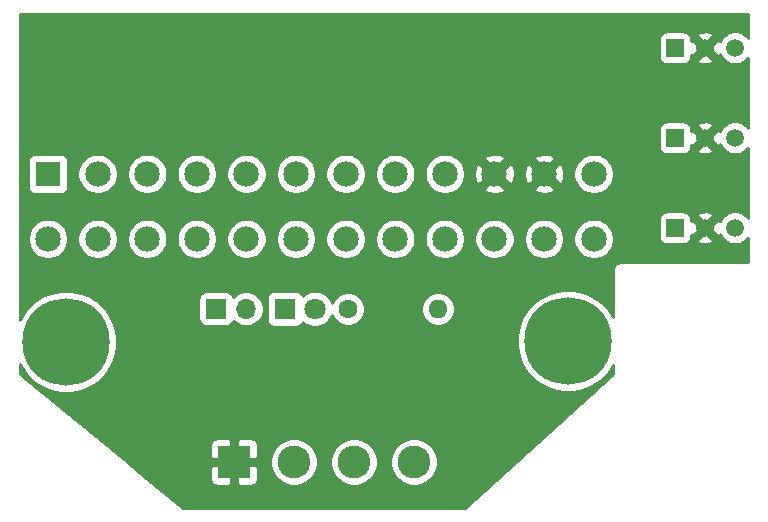
<source format=gbr>
%TF.GenerationSoftware,KiCad,Pcbnew,(5.1.6)-1*%
%TF.CreationDate,2022-09-29T14:47:16-04:00*%
%TF.ProjectId,A500-tower-power,41353030-2d74-46f7-9765-722d706f7765,rev?*%
%TF.SameCoordinates,Original*%
%TF.FileFunction,Copper,L3,Inr*%
%TF.FilePolarity,Positive*%
%FSLAX46Y46*%
G04 Gerber Fmt 4.6, Leading zero omitted, Abs format (unit mm)*
G04 Created by KiCad (PCBNEW (5.1.6)-1) date 2022-09-29 14:47:16*
%MOMM*%
%LPD*%
G01*
G04 APERTURE LIST*
%TA.AperFunction,ViaPad*%
%ADD10R,1.800000X1.800000*%
%TD*%
%TA.AperFunction,ViaPad*%
%ADD11C,1.800000*%
%TD*%
%TA.AperFunction,ViaPad*%
%ADD12C,7.400000*%
%TD*%
%TA.AperFunction,ViaPad*%
%ADD13C,0.800000*%
%TD*%
%TA.AperFunction,ViaPad*%
%ADD14R,2.150000X2.150000*%
%TD*%
%TA.AperFunction,ViaPad*%
%ADD15C,2.150000*%
%TD*%
%TA.AperFunction,ViaPad*%
%ADD16R,2.775000X2.775000*%
%TD*%
%TA.AperFunction,ViaPad*%
%ADD17C,2.775000*%
%TD*%
%TA.AperFunction,ViaPad*%
%ADD18R,1.700000X1.700000*%
%TD*%
%TA.AperFunction,ViaPad*%
%ADD19O,1.700000X1.700000*%
%TD*%
%TA.AperFunction,ViaPad*%
%ADD20R,1.500000X1.500000*%
%TD*%
%TA.AperFunction,ViaPad*%
%ADD21C,1.500000*%
%TD*%
%TA.AperFunction,ViaPad*%
%ADD22C,1.600000*%
%TD*%
%TA.AperFunction,ViaPad*%
%ADD23O,1.600000X1.600000*%
%TD*%
%TA.AperFunction,Conductor*%
%ADD24C,0.254000*%
%TD*%
G04 APERTURE END LIST*
D10*
%TO.N,/GND*%
%TO.C,D1*%
X149606000Y-105410000D03*
D11*
%TO.N,Net-(D1-Pad2)*%
X152146000Y-105410000D03*
%TD*%
D12*
%TO.N,N/C*%
%TO.C,H1*%
X131064000Y-108204000D03*
D13*
X133839000Y-108204000D03*
X133026221Y-110166221D03*
X131064000Y-110979000D03*
X129101779Y-110166221D03*
X128289000Y-108204000D03*
X129101779Y-106241779D03*
X131064000Y-105429000D03*
X133026221Y-106241779D03*
%TD*%
%TO.N,N/C*%
%TO.C,H2*%
X175514000Y-106172000D03*
X173551779Y-105359221D03*
X171589558Y-106172000D03*
X170776779Y-108134221D03*
X171589558Y-110096442D03*
X173551779Y-110909221D03*
X175514000Y-110096442D03*
X176326779Y-108134221D03*
D12*
X173551779Y-108134221D03*
%TD*%
D14*
%TO.N,/3.3V*%
%TO.C,J1*%
X129540000Y-93980000D03*
D15*
X133740000Y-93980000D03*
%TO.N,/GND*%
X137940000Y-93980000D03*
%TO.N,/5V*%
X142140000Y-93980000D03*
%TO.N,/GND*%
X146340000Y-93980000D03*
%TO.N,/5V*%
X150540000Y-93980000D03*
%TO.N,/GND*%
X154740000Y-93980000D03*
%TO.N,/PG*%
X158940000Y-93980000D03*
%TO.N,/5VSB*%
X163140000Y-93980000D03*
%TO.N,/12V*%
X167340000Y-93980000D03*
X171540000Y-93980000D03*
%TO.N,/3.3V*%
X175740000Y-93980000D03*
X129540000Y-99480000D03*
%TO.N,/-12V*%
X133740000Y-99480000D03*
%TO.N,/GND*%
X137940000Y-99480000D03*
%TO.N,/PS-ON*%
X142140000Y-99480000D03*
%TO.N,/GND*%
X146340000Y-99480000D03*
X150540000Y-99480000D03*
X154740000Y-99480000D03*
%TO.N,Net-(J1-Pad20)*%
X158940000Y-99480000D03*
%TO.N,/5V*%
X163140000Y-99480000D03*
X167340000Y-99480000D03*
X171540000Y-99480000D03*
%TO.N,/GND*%
X175740000Y-99480000D03*
%TD*%
D16*
%TO.N,/12V*%
%TO.C,J2*%
X145288000Y-118364000D03*
D17*
%TO.N,/-12V*%
X150368000Y-118364000D03*
%TO.N,/5V*%
X155448000Y-118364000D03*
%TO.N,/GND*%
X160528000Y-118364000D03*
%TD*%
D18*
%TO.N,/PS-ON*%
%TO.C,J3*%
X143764000Y-105410000D03*
D19*
%TO.N,/GND*%
X146304000Y-105410000D03*
%TD*%
D20*
%TO.N,Net-(J4-Pad1)*%
%TO.C,FAN1*%
X182626000Y-83312000D03*
D21*
%TO.N,/12V*%
X185166000Y-83312000D03*
%TO.N,/GND*%
X187706000Y-83312000D03*
%TD*%
%TO.N,/GND*%
%TO.C,FAN2*%
X187706000Y-90932000D03*
%TO.N,/12V*%
X185166000Y-90932000D03*
D20*
%TO.N,Net-(J5-Pad1)*%
X182626000Y-90932000D03*
%TD*%
%TO.N,Net-(J6-Pad1)*%
%TO.C,FAN3*%
X182626000Y-98552000D03*
D21*
%TO.N,/12V*%
X185166000Y-98552000D03*
%TO.N,/GND*%
X187706000Y-98552000D03*
%TD*%
D22*
%TO.N,Net-(D1-Pad2)*%
%TO.C,R1*%
X154940000Y-105410000D03*
D23*
%TO.N,/5V*%
X162560000Y-105410000D03*
%TD*%
D24*
%TO.N,/12V*%
G36*
X188824001Y-82492273D02*
G01*
X188781799Y-82429114D01*
X188588886Y-82236201D01*
X188362043Y-82084629D01*
X188109989Y-81980225D01*
X187842411Y-81927000D01*
X187569589Y-81927000D01*
X187302011Y-81980225D01*
X187049957Y-82084629D01*
X186823114Y-82236201D01*
X186630201Y-82429114D01*
X186478629Y-82655957D01*
X186439078Y-82751442D01*
X186430500Y-82730733D01*
X186209228Y-82654852D01*
X185552080Y-83312000D01*
X186209228Y-83969148D01*
X186430500Y-83893267D01*
X186438303Y-83870686D01*
X186478629Y-83968043D01*
X186630201Y-84194886D01*
X186823114Y-84387799D01*
X187049957Y-84539371D01*
X187302011Y-84643775D01*
X187569589Y-84697000D01*
X187842411Y-84697000D01*
X188109989Y-84643775D01*
X188362043Y-84539371D01*
X188588886Y-84387799D01*
X188781799Y-84194886D01*
X188824001Y-84131727D01*
X188824001Y-90112273D01*
X188781799Y-90049114D01*
X188588886Y-89856201D01*
X188362043Y-89704629D01*
X188109989Y-89600225D01*
X187842411Y-89547000D01*
X187569589Y-89547000D01*
X187302011Y-89600225D01*
X187049957Y-89704629D01*
X186823114Y-89856201D01*
X186630201Y-90049114D01*
X186478629Y-90275957D01*
X186439078Y-90371442D01*
X186430500Y-90350733D01*
X186209228Y-90274852D01*
X185552080Y-90932000D01*
X186209228Y-91589148D01*
X186430500Y-91513267D01*
X186438303Y-91490686D01*
X186478629Y-91588043D01*
X186630201Y-91814886D01*
X186823114Y-92007799D01*
X187049957Y-92159371D01*
X187302011Y-92263775D01*
X187569589Y-92317000D01*
X187842411Y-92317000D01*
X188109989Y-92263775D01*
X188362043Y-92159371D01*
X188588886Y-92007799D01*
X188781799Y-91814886D01*
X188824000Y-91751727D01*
X188824000Y-97732272D01*
X188781799Y-97669114D01*
X188588886Y-97476201D01*
X188362043Y-97324629D01*
X188109989Y-97220225D01*
X187842411Y-97167000D01*
X187569589Y-97167000D01*
X187302011Y-97220225D01*
X187049957Y-97324629D01*
X186823114Y-97476201D01*
X186630201Y-97669114D01*
X186478629Y-97895957D01*
X186439078Y-97991442D01*
X186430500Y-97970733D01*
X186209228Y-97894852D01*
X185552080Y-98552000D01*
X186209228Y-99209148D01*
X186430500Y-99133267D01*
X186438303Y-99110686D01*
X186478629Y-99208043D01*
X186630201Y-99434886D01*
X186823114Y-99627799D01*
X187049957Y-99779371D01*
X187302011Y-99883775D01*
X187569589Y-99937000D01*
X187842411Y-99937000D01*
X188109989Y-99883775D01*
X188362043Y-99779371D01*
X188588886Y-99627799D01*
X188781799Y-99434886D01*
X188824000Y-99371728D01*
X188824000Y-101448000D01*
X178086419Y-101448000D01*
X178054000Y-101444807D01*
X178021581Y-101448000D01*
X177924617Y-101457550D01*
X177800207Y-101495290D01*
X177685550Y-101556575D01*
X177585052Y-101639052D01*
X177502575Y-101739550D01*
X177441290Y-101854207D01*
X177403550Y-101978617D01*
X177390807Y-102108000D01*
X177394001Y-102140429D01*
X177394001Y-106082264D01*
X177393406Y-106080829D01*
X176918993Y-105370820D01*
X176315180Y-104767007D01*
X175605171Y-104292594D01*
X174816252Y-103965813D01*
X173978739Y-103799221D01*
X173124819Y-103799221D01*
X172287306Y-103965813D01*
X171498387Y-104292594D01*
X170788378Y-104767007D01*
X170184565Y-105370820D01*
X169710152Y-106080829D01*
X169383371Y-106869748D01*
X169216779Y-107707261D01*
X169216779Y-108561181D01*
X169383371Y-109398694D01*
X169710152Y-110187613D01*
X170184565Y-110897622D01*
X170788378Y-111501435D01*
X171498387Y-111975848D01*
X172287306Y-112302629D01*
X173124819Y-112469221D01*
X173978739Y-112469221D01*
X174816252Y-112302629D01*
X175605171Y-111975848D01*
X176315180Y-111501435D01*
X176918993Y-110897622D01*
X177393406Y-110187613D01*
X177394000Y-110186179D01*
X177394000Y-110958489D01*
X164846326Y-122276000D01*
X140952319Y-122276000D01*
X137879015Y-119751500D01*
X143262428Y-119751500D01*
X143274688Y-119875982D01*
X143310998Y-119995680D01*
X143369963Y-120105994D01*
X143449315Y-120202685D01*
X143546006Y-120282037D01*
X143656320Y-120341002D01*
X143776018Y-120377312D01*
X143900500Y-120389572D01*
X144856250Y-120386500D01*
X145015000Y-120227750D01*
X145015000Y-118637000D01*
X145561000Y-118637000D01*
X145561000Y-120227750D01*
X145719750Y-120386500D01*
X146675500Y-120389572D01*
X146799982Y-120377312D01*
X146919680Y-120341002D01*
X147029994Y-120282037D01*
X147126685Y-120202685D01*
X147206037Y-120105994D01*
X147265002Y-119995680D01*
X147301312Y-119875982D01*
X147313572Y-119751500D01*
X147310500Y-118795750D01*
X147151750Y-118637000D01*
X145561000Y-118637000D01*
X145015000Y-118637000D01*
X143424250Y-118637000D01*
X143265500Y-118795750D01*
X143262428Y-119751500D01*
X137879015Y-119751500D01*
X135947382Y-118164801D01*
X148345500Y-118164801D01*
X148345500Y-118563199D01*
X148423224Y-118953941D01*
X148575684Y-119322013D01*
X148797022Y-119653269D01*
X149078731Y-119934978D01*
X149409987Y-120156316D01*
X149778059Y-120308776D01*
X150168801Y-120386500D01*
X150567199Y-120386500D01*
X150957941Y-120308776D01*
X151326013Y-120156316D01*
X151657269Y-119934978D01*
X151938978Y-119653269D01*
X152160316Y-119322013D01*
X152312776Y-118953941D01*
X152390500Y-118563199D01*
X152390500Y-118164801D01*
X153425500Y-118164801D01*
X153425500Y-118563199D01*
X153503224Y-118953941D01*
X153655684Y-119322013D01*
X153877022Y-119653269D01*
X154158731Y-119934978D01*
X154489987Y-120156316D01*
X154858059Y-120308776D01*
X155248801Y-120386500D01*
X155647199Y-120386500D01*
X156037941Y-120308776D01*
X156406013Y-120156316D01*
X156737269Y-119934978D01*
X157018978Y-119653269D01*
X157240316Y-119322013D01*
X157392776Y-118953941D01*
X157470500Y-118563199D01*
X157470500Y-118164801D01*
X158505500Y-118164801D01*
X158505500Y-118563199D01*
X158583224Y-118953941D01*
X158735684Y-119322013D01*
X158957022Y-119653269D01*
X159238731Y-119934978D01*
X159569987Y-120156316D01*
X159938059Y-120308776D01*
X160328801Y-120386500D01*
X160727199Y-120386500D01*
X161117941Y-120308776D01*
X161486013Y-120156316D01*
X161817269Y-119934978D01*
X162098978Y-119653269D01*
X162320316Y-119322013D01*
X162472776Y-118953941D01*
X162550500Y-118563199D01*
X162550500Y-118164801D01*
X162472776Y-117774059D01*
X162320316Y-117405987D01*
X162098978Y-117074731D01*
X161817269Y-116793022D01*
X161486013Y-116571684D01*
X161117941Y-116419224D01*
X160727199Y-116341500D01*
X160328801Y-116341500D01*
X159938059Y-116419224D01*
X159569987Y-116571684D01*
X159238731Y-116793022D01*
X158957022Y-117074731D01*
X158735684Y-117405987D01*
X158583224Y-117774059D01*
X158505500Y-118164801D01*
X157470500Y-118164801D01*
X157392776Y-117774059D01*
X157240316Y-117405987D01*
X157018978Y-117074731D01*
X156737269Y-116793022D01*
X156406013Y-116571684D01*
X156037941Y-116419224D01*
X155647199Y-116341500D01*
X155248801Y-116341500D01*
X154858059Y-116419224D01*
X154489987Y-116571684D01*
X154158731Y-116793022D01*
X153877022Y-117074731D01*
X153655684Y-117405987D01*
X153503224Y-117774059D01*
X153425500Y-118164801D01*
X152390500Y-118164801D01*
X152312776Y-117774059D01*
X152160316Y-117405987D01*
X151938978Y-117074731D01*
X151657269Y-116793022D01*
X151326013Y-116571684D01*
X150957941Y-116419224D01*
X150567199Y-116341500D01*
X150168801Y-116341500D01*
X149778059Y-116419224D01*
X149409987Y-116571684D01*
X149078731Y-116793022D01*
X148797022Y-117074731D01*
X148575684Y-117405987D01*
X148423224Y-117774059D01*
X148345500Y-118164801D01*
X135947382Y-118164801D01*
X134500754Y-116976500D01*
X143262428Y-116976500D01*
X143265500Y-117932250D01*
X143424250Y-118091000D01*
X145015000Y-118091000D01*
X145015000Y-116500250D01*
X145561000Y-116500250D01*
X145561000Y-118091000D01*
X147151750Y-118091000D01*
X147310500Y-117932250D01*
X147313572Y-116976500D01*
X147301312Y-116852018D01*
X147265002Y-116732320D01*
X147206037Y-116622006D01*
X147126685Y-116525315D01*
X147029994Y-116445963D01*
X146919680Y-116386998D01*
X146799982Y-116350688D01*
X146675500Y-116338428D01*
X145719750Y-116341500D01*
X145561000Y-116500250D01*
X145015000Y-116500250D01*
X144856250Y-116341500D01*
X143900500Y-116338428D01*
X143776018Y-116350688D01*
X143656320Y-116386998D01*
X143546006Y-116445963D01*
X143449315Y-116525315D01*
X143369963Y-116622006D01*
X143310998Y-116732320D01*
X143274688Y-116852018D01*
X143262428Y-116976500D01*
X134500754Y-116976500D01*
X127152000Y-110940025D01*
X127152000Y-110087497D01*
X127222373Y-110257392D01*
X127696786Y-110967401D01*
X128300599Y-111571214D01*
X129010608Y-112045627D01*
X129799527Y-112372408D01*
X130637040Y-112539000D01*
X131490960Y-112539000D01*
X132328473Y-112372408D01*
X133117392Y-112045627D01*
X133827401Y-111571214D01*
X134431214Y-110967401D01*
X134905627Y-110257392D01*
X135232408Y-109468473D01*
X135399000Y-108630960D01*
X135399000Y-107777040D01*
X135232408Y-106939527D01*
X134905627Y-106150608D01*
X134431214Y-105440599D01*
X133827401Y-104836786D01*
X133413162Y-104560000D01*
X142275928Y-104560000D01*
X142275928Y-106260000D01*
X142288188Y-106384482D01*
X142324498Y-106504180D01*
X142383463Y-106614494D01*
X142462815Y-106711185D01*
X142559506Y-106790537D01*
X142669820Y-106849502D01*
X142789518Y-106885812D01*
X142914000Y-106898072D01*
X144614000Y-106898072D01*
X144738482Y-106885812D01*
X144858180Y-106849502D01*
X144968494Y-106790537D01*
X145065185Y-106711185D01*
X145144537Y-106614494D01*
X145203502Y-106504180D01*
X145225513Y-106431620D01*
X145357368Y-106563475D01*
X145600589Y-106725990D01*
X145870842Y-106837932D01*
X146157740Y-106895000D01*
X146450260Y-106895000D01*
X146737158Y-106837932D01*
X147007411Y-106725990D01*
X147250632Y-106563475D01*
X147457475Y-106356632D01*
X147619990Y-106113411D01*
X147731932Y-105843158D01*
X147789000Y-105556260D01*
X147789000Y-105263740D01*
X147731932Y-104976842D01*
X147619990Y-104706589D01*
X147488634Y-104510000D01*
X148067928Y-104510000D01*
X148067928Y-106310000D01*
X148080188Y-106434482D01*
X148116498Y-106554180D01*
X148175463Y-106664494D01*
X148254815Y-106761185D01*
X148351506Y-106840537D01*
X148461820Y-106899502D01*
X148581518Y-106935812D01*
X148706000Y-106948072D01*
X150506000Y-106948072D01*
X150630482Y-106935812D01*
X150750180Y-106899502D01*
X150860494Y-106840537D01*
X150957185Y-106761185D01*
X151036537Y-106664494D01*
X151095502Y-106554180D01*
X151101056Y-106535873D01*
X151167495Y-106602312D01*
X151418905Y-106770299D01*
X151698257Y-106886011D01*
X151994816Y-106945000D01*
X152297184Y-106945000D01*
X152593743Y-106886011D01*
X152873095Y-106770299D01*
X153124505Y-106602312D01*
X153338312Y-106388505D01*
X153506299Y-106137095D01*
X153597120Y-105917835D01*
X153668320Y-106089727D01*
X153825363Y-106324759D01*
X154025241Y-106524637D01*
X154260273Y-106681680D01*
X154521426Y-106789853D01*
X154798665Y-106845000D01*
X155081335Y-106845000D01*
X155358574Y-106789853D01*
X155619727Y-106681680D01*
X155854759Y-106524637D01*
X156054637Y-106324759D01*
X156211680Y-106089727D01*
X156319853Y-105828574D01*
X156375000Y-105551335D01*
X156375000Y-105268665D01*
X161125000Y-105268665D01*
X161125000Y-105551335D01*
X161180147Y-105828574D01*
X161288320Y-106089727D01*
X161445363Y-106324759D01*
X161645241Y-106524637D01*
X161880273Y-106681680D01*
X162141426Y-106789853D01*
X162418665Y-106845000D01*
X162701335Y-106845000D01*
X162978574Y-106789853D01*
X163239727Y-106681680D01*
X163474759Y-106524637D01*
X163674637Y-106324759D01*
X163831680Y-106089727D01*
X163939853Y-105828574D01*
X163995000Y-105551335D01*
X163995000Y-105268665D01*
X163939853Y-104991426D01*
X163831680Y-104730273D01*
X163674637Y-104495241D01*
X163474759Y-104295363D01*
X163239727Y-104138320D01*
X162978574Y-104030147D01*
X162701335Y-103975000D01*
X162418665Y-103975000D01*
X162141426Y-104030147D01*
X161880273Y-104138320D01*
X161645241Y-104295363D01*
X161445363Y-104495241D01*
X161288320Y-104730273D01*
X161180147Y-104991426D01*
X161125000Y-105268665D01*
X156375000Y-105268665D01*
X156319853Y-104991426D01*
X156211680Y-104730273D01*
X156054637Y-104495241D01*
X155854759Y-104295363D01*
X155619727Y-104138320D01*
X155358574Y-104030147D01*
X155081335Y-103975000D01*
X154798665Y-103975000D01*
X154521426Y-104030147D01*
X154260273Y-104138320D01*
X154025241Y-104295363D01*
X153825363Y-104495241D01*
X153668320Y-104730273D01*
X153597120Y-104902165D01*
X153506299Y-104682905D01*
X153338312Y-104431495D01*
X153124505Y-104217688D01*
X152873095Y-104049701D01*
X152593743Y-103933989D01*
X152297184Y-103875000D01*
X151994816Y-103875000D01*
X151698257Y-103933989D01*
X151418905Y-104049701D01*
X151167495Y-104217688D01*
X151101056Y-104284127D01*
X151095502Y-104265820D01*
X151036537Y-104155506D01*
X150957185Y-104058815D01*
X150860494Y-103979463D01*
X150750180Y-103920498D01*
X150630482Y-103884188D01*
X150506000Y-103871928D01*
X148706000Y-103871928D01*
X148581518Y-103884188D01*
X148461820Y-103920498D01*
X148351506Y-103979463D01*
X148254815Y-104058815D01*
X148175463Y-104155506D01*
X148116498Y-104265820D01*
X148080188Y-104385518D01*
X148067928Y-104510000D01*
X147488634Y-104510000D01*
X147457475Y-104463368D01*
X147250632Y-104256525D01*
X147007411Y-104094010D01*
X146737158Y-103982068D01*
X146450260Y-103925000D01*
X146157740Y-103925000D01*
X145870842Y-103982068D01*
X145600589Y-104094010D01*
X145357368Y-104256525D01*
X145225513Y-104388380D01*
X145203502Y-104315820D01*
X145144537Y-104205506D01*
X145065185Y-104108815D01*
X144968494Y-104029463D01*
X144858180Y-103970498D01*
X144738482Y-103934188D01*
X144614000Y-103921928D01*
X142914000Y-103921928D01*
X142789518Y-103934188D01*
X142669820Y-103970498D01*
X142559506Y-104029463D01*
X142462815Y-104108815D01*
X142383463Y-104205506D01*
X142324498Y-104315820D01*
X142288188Y-104435518D01*
X142275928Y-104560000D01*
X133413162Y-104560000D01*
X133117392Y-104362373D01*
X132328473Y-104035592D01*
X131490960Y-103869000D01*
X130637040Y-103869000D01*
X129799527Y-104035592D01*
X129010608Y-104362373D01*
X128300599Y-104836786D01*
X127696786Y-105440599D01*
X127222373Y-106150608D01*
X127152000Y-106320503D01*
X127152000Y-99311580D01*
X127830000Y-99311580D01*
X127830000Y-99648420D01*
X127895714Y-99978789D01*
X128024618Y-100289989D01*
X128211756Y-100570061D01*
X128449939Y-100808244D01*
X128730011Y-100995382D01*
X129041211Y-101124286D01*
X129371580Y-101190000D01*
X129708420Y-101190000D01*
X130038789Y-101124286D01*
X130349989Y-100995382D01*
X130630061Y-100808244D01*
X130868244Y-100570061D01*
X131055382Y-100289989D01*
X131184286Y-99978789D01*
X131250000Y-99648420D01*
X131250000Y-99311580D01*
X132030000Y-99311580D01*
X132030000Y-99648420D01*
X132095714Y-99978789D01*
X132224618Y-100289989D01*
X132411756Y-100570061D01*
X132649939Y-100808244D01*
X132930011Y-100995382D01*
X133241211Y-101124286D01*
X133571580Y-101190000D01*
X133908420Y-101190000D01*
X134238789Y-101124286D01*
X134549989Y-100995382D01*
X134830061Y-100808244D01*
X135068244Y-100570061D01*
X135255382Y-100289989D01*
X135384286Y-99978789D01*
X135450000Y-99648420D01*
X135450000Y-99311580D01*
X136230000Y-99311580D01*
X136230000Y-99648420D01*
X136295714Y-99978789D01*
X136424618Y-100289989D01*
X136611756Y-100570061D01*
X136849939Y-100808244D01*
X137130011Y-100995382D01*
X137441211Y-101124286D01*
X137771580Y-101190000D01*
X138108420Y-101190000D01*
X138438789Y-101124286D01*
X138749989Y-100995382D01*
X139030061Y-100808244D01*
X139268244Y-100570061D01*
X139455382Y-100289989D01*
X139584286Y-99978789D01*
X139650000Y-99648420D01*
X139650000Y-99311580D01*
X140430000Y-99311580D01*
X140430000Y-99648420D01*
X140495714Y-99978789D01*
X140624618Y-100289989D01*
X140811756Y-100570061D01*
X141049939Y-100808244D01*
X141330011Y-100995382D01*
X141641211Y-101124286D01*
X141971580Y-101190000D01*
X142308420Y-101190000D01*
X142638789Y-101124286D01*
X142949989Y-100995382D01*
X143230061Y-100808244D01*
X143468244Y-100570061D01*
X143655382Y-100289989D01*
X143784286Y-99978789D01*
X143850000Y-99648420D01*
X143850000Y-99311580D01*
X144630000Y-99311580D01*
X144630000Y-99648420D01*
X144695714Y-99978789D01*
X144824618Y-100289989D01*
X145011756Y-100570061D01*
X145249939Y-100808244D01*
X145530011Y-100995382D01*
X145841211Y-101124286D01*
X146171580Y-101190000D01*
X146508420Y-101190000D01*
X146838789Y-101124286D01*
X147149989Y-100995382D01*
X147430061Y-100808244D01*
X147668244Y-100570061D01*
X147855382Y-100289989D01*
X147984286Y-99978789D01*
X148050000Y-99648420D01*
X148050000Y-99311580D01*
X148830000Y-99311580D01*
X148830000Y-99648420D01*
X148895714Y-99978789D01*
X149024618Y-100289989D01*
X149211756Y-100570061D01*
X149449939Y-100808244D01*
X149730011Y-100995382D01*
X150041211Y-101124286D01*
X150371580Y-101190000D01*
X150708420Y-101190000D01*
X151038789Y-101124286D01*
X151349989Y-100995382D01*
X151630061Y-100808244D01*
X151868244Y-100570061D01*
X152055382Y-100289989D01*
X152184286Y-99978789D01*
X152250000Y-99648420D01*
X152250000Y-99311580D01*
X153030000Y-99311580D01*
X153030000Y-99648420D01*
X153095714Y-99978789D01*
X153224618Y-100289989D01*
X153411756Y-100570061D01*
X153649939Y-100808244D01*
X153930011Y-100995382D01*
X154241211Y-101124286D01*
X154571580Y-101190000D01*
X154908420Y-101190000D01*
X155238789Y-101124286D01*
X155549989Y-100995382D01*
X155830061Y-100808244D01*
X156068244Y-100570061D01*
X156255382Y-100289989D01*
X156384286Y-99978789D01*
X156450000Y-99648420D01*
X156450000Y-99311580D01*
X157230000Y-99311580D01*
X157230000Y-99648420D01*
X157295714Y-99978789D01*
X157424618Y-100289989D01*
X157611756Y-100570061D01*
X157849939Y-100808244D01*
X158130011Y-100995382D01*
X158441211Y-101124286D01*
X158771580Y-101190000D01*
X159108420Y-101190000D01*
X159438789Y-101124286D01*
X159749989Y-100995382D01*
X160030061Y-100808244D01*
X160268244Y-100570061D01*
X160455382Y-100289989D01*
X160584286Y-99978789D01*
X160650000Y-99648420D01*
X160650000Y-99311580D01*
X161430000Y-99311580D01*
X161430000Y-99648420D01*
X161495714Y-99978789D01*
X161624618Y-100289989D01*
X161811756Y-100570061D01*
X162049939Y-100808244D01*
X162330011Y-100995382D01*
X162641211Y-101124286D01*
X162971580Y-101190000D01*
X163308420Y-101190000D01*
X163638789Y-101124286D01*
X163949989Y-100995382D01*
X164230061Y-100808244D01*
X164468244Y-100570061D01*
X164655382Y-100289989D01*
X164784286Y-99978789D01*
X164850000Y-99648420D01*
X164850000Y-99311580D01*
X165630000Y-99311580D01*
X165630000Y-99648420D01*
X165695714Y-99978789D01*
X165824618Y-100289989D01*
X166011756Y-100570061D01*
X166249939Y-100808244D01*
X166530011Y-100995382D01*
X166841211Y-101124286D01*
X167171580Y-101190000D01*
X167508420Y-101190000D01*
X167838789Y-101124286D01*
X168149989Y-100995382D01*
X168430061Y-100808244D01*
X168668244Y-100570061D01*
X168855382Y-100289989D01*
X168984286Y-99978789D01*
X169050000Y-99648420D01*
X169050000Y-99311580D01*
X169830000Y-99311580D01*
X169830000Y-99648420D01*
X169895714Y-99978789D01*
X170024618Y-100289989D01*
X170211756Y-100570061D01*
X170449939Y-100808244D01*
X170730011Y-100995382D01*
X171041211Y-101124286D01*
X171371580Y-101190000D01*
X171708420Y-101190000D01*
X172038789Y-101124286D01*
X172349989Y-100995382D01*
X172630061Y-100808244D01*
X172868244Y-100570061D01*
X173055382Y-100289989D01*
X173184286Y-99978789D01*
X173250000Y-99648420D01*
X173250000Y-99311580D01*
X174030000Y-99311580D01*
X174030000Y-99648420D01*
X174095714Y-99978789D01*
X174224618Y-100289989D01*
X174411756Y-100570061D01*
X174649939Y-100808244D01*
X174930011Y-100995382D01*
X175241211Y-101124286D01*
X175571580Y-101190000D01*
X175908420Y-101190000D01*
X176238789Y-101124286D01*
X176549989Y-100995382D01*
X176830061Y-100808244D01*
X177068244Y-100570061D01*
X177255382Y-100289989D01*
X177384286Y-99978789D01*
X177450000Y-99648420D01*
X177450000Y-99311580D01*
X177384286Y-98981211D01*
X177255382Y-98670011D01*
X177068244Y-98389939D01*
X176830061Y-98151756D01*
X176549989Y-97964618D01*
X176238789Y-97835714D01*
X176069297Y-97802000D01*
X181237928Y-97802000D01*
X181237928Y-99302000D01*
X181250188Y-99426482D01*
X181286498Y-99546180D01*
X181345463Y-99656494D01*
X181424815Y-99753185D01*
X181521506Y-99832537D01*
X181631820Y-99891502D01*
X181751518Y-99927812D01*
X181876000Y-99940072D01*
X183376000Y-99940072D01*
X183500482Y-99927812D01*
X183620180Y-99891502D01*
X183730494Y-99832537D01*
X183827185Y-99753185D01*
X183906537Y-99656494D01*
X183939284Y-99595228D01*
X184508852Y-99595228D01*
X184584733Y-99816500D01*
X184842594Y-99905602D01*
X185112884Y-99942687D01*
X185385214Y-99926328D01*
X185649119Y-99857154D01*
X185747267Y-99816500D01*
X185823148Y-99595228D01*
X185166000Y-98938080D01*
X184508852Y-99595228D01*
X183939284Y-99595228D01*
X183965502Y-99546180D01*
X184001812Y-99426482D01*
X184014072Y-99302000D01*
X184014072Y-99171871D01*
X184122772Y-99209148D01*
X184779920Y-98552000D01*
X184122772Y-97894852D01*
X184014072Y-97932129D01*
X184014072Y-97802000D01*
X184001812Y-97677518D01*
X183965502Y-97557820D01*
X183939285Y-97508772D01*
X184508852Y-97508772D01*
X185166000Y-98165920D01*
X185823148Y-97508772D01*
X185747267Y-97287500D01*
X185489406Y-97198398D01*
X185219116Y-97161313D01*
X184946786Y-97177672D01*
X184682881Y-97246846D01*
X184584733Y-97287500D01*
X184508852Y-97508772D01*
X183939285Y-97508772D01*
X183906537Y-97447506D01*
X183827185Y-97350815D01*
X183730494Y-97271463D01*
X183620180Y-97212498D01*
X183500482Y-97176188D01*
X183376000Y-97163928D01*
X181876000Y-97163928D01*
X181751518Y-97176188D01*
X181631820Y-97212498D01*
X181521506Y-97271463D01*
X181424815Y-97350815D01*
X181345463Y-97447506D01*
X181286498Y-97557820D01*
X181250188Y-97677518D01*
X181237928Y-97802000D01*
X176069297Y-97802000D01*
X175908420Y-97770000D01*
X175571580Y-97770000D01*
X175241211Y-97835714D01*
X174930011Y-97964618D01*
X174649939Y-98151756D01*
X174411756Y-98389939D01*
X174224618Y-98670011D01*
X174095714Y-98981211D01*
X174030000Y-99311580D01*
X173250000Y-99311580D01*
X173184286Y-98981211D01*
X173055382Y-98670011D01*
X172868244Y-98389939D01*
X172630061Y-98151756D01*
X172349989Y-97964618D01*
X172038789Y-97835714D01*
X171708420Y-97770000D01*
X171371580Y-97770000D01*
X171041211Y-97835714D01*
X170730011Y-97964618D01*
X170449939Y-98151756D01*
X170211756Y-98389939D01*
X170024618Y-98670011D01*
X169895714Y-98981211D01*
X169830000Y-99311580D01*
X169050000Y-99311580D01*
X168984286Y-98981211D01*
X168855382Y-98670011D01*
X168668244Y-98389939D01*
X168430061Y-98151756D01*
X168149989Y-97964618D01*
X167838789Y-97835714D01*
X167508420Y-97770000D01*
X167171580Y-97770000D01*
X166841211Y-97835714D01*
X166530011Y-97964618D01*
X166249939Y-98151756D01*
X166011756Y-98389939D01*
X165824618Y-98670011D01*
X165695714Y-98981211D01*
X165630000Y-99311580D01*
X164850000Y-99311580D01*
X164784286Y-98981211D01*
X164655382Y-98670011D01*
X164468244Y-98389939D01*
X164230061Y-98151756D01*
X163949989Y-97964618D01*
X163638789Y-97835714D01*
X163308420Y-97770000D01*
X162971580Y-97770000D01*
X162641211Y-97835714D01*
X162330011Y-97964618D01*
X162049939Y-98151756D01*
X161811756Y-98389939D01*
X161624618Y-98670011D01*
X161495714Y-98981211D01*
X161430000Y-99311580D01*
X160650000Y-99311580D01*
X160584286Y-98981211D01*
X160455382Y-98670011D01*
X160268244Y-98389939D01*
X160030061Y-98151756D01*
X159749989Y-97964618D01*
X159438789Y-97835714D01*
X159108420Y-97770000D01*
X158771580Y-97770000D01*
X158441211Y-97835714D01*
X158130011Y-97964618D01*
X157849939Y-98151756D01*
X157611756Y-98389939D01*
X157424618Y-98670011D01*
X157295714Y-98981211D01*
X157230000Y-99311580D01*
X156450000Y-99311580D01*
X156384286Y-98981211D01*
X156255382Y-98670011D01*
X156068244Y-98389939D01*
X155830061Y-98151756D01*
X155549989Y-97964618D01*
X155238789Y-97835714D01*
X154908420Y-97770000D01*
X154571580Y-97770000D01*
X154241211Y-97835714D01*
X153930011Y-97964618D01*
X153649939Y-98151756D01*
X153411756Y-98389939D01*
X153224618Y-98670011D01*
X153095714Y-98981211D01*
X153030000Y-99311580D01*
X152250000Y-99311580D01*
X152184286Y-98981211D01*
X152055382Y-98670011D01*
X151868244Y-98389939D01*
X151630061Y-98151756D01*
X151349989Y-97964618D01*
X151038789Y-97835714D01*
X150708420Y-97770000D01*
X150371580Y-97770000D01*
X150041211Y-97835714D01*
X149730011Y-97964618D01*
X149449939Y-98151756D01*
X149211756Y-98389939D01*
X149024618Y-98670011D01*
X148895714Y-98981211D01*
X148830000Y-99311580D01*
X148050000Y-99311580D01*
X147984286Y-98981211D01*
X147855382Y-98670011D01*
X147668244Y-98389939D01*
X147430061Y-98151756D01*
X147149989Y-97964618D01*
X146838789Y-97835714D01*
X146508420Y-97770000D01*
X146171580Y-97770000D01*
X145841211Y-97835714D01*
X145530011Y-97964618D01*
X145249939Y-98151756D01*
X145011756Y-98389939D01*
X144824618Y-98670011D01*
X144695714Y-98981211D01*
X144630000Y-99311580D01*
X143850000Y-99311580D01*
X143784286Y-98981211D01*
X143655382Y-98670011D01*
X143468244Y-98389939D01*
X143230061Y-98151756D01*
X142949989Y-97964618D01*
X142638789Y-97835714D01*
X142308420Y-97770000D01*
X141971580Y-97770000D01*
X141641211Y-97835714D01*
X141330011Y-97964618D01*
X141049939Y-98151756D01*
X140811756Y-98389939D01*
X140624618Y-98670011D01*
X140495714Y-98981211D01*
X140430000Y-99311580D01*
X139650000Y-99311580D01*
X139584286Y-98981211D01*
X139455382Y-98670011D01*
X139268244Y-98389939D01*
X139030061Y-98151756D01*
X138749989Y-97964618D01*
X138438789Y-97835714D01*
X138108420Y-97770000D01*
X137771580Y-97770000D01*
X137441211Y-97835714D01*
X137130011Y-97964618D01*
X136849939Y-98151756D01*
X136611756Y-98389939D01*
X136424618Y-98670011D01*
X136295714Y-98981211D01*
X136230000Y-99311580D01*
X135450000Y-99311580D01*
X135384286Y-98981211D01*
X135255382Y-98670011D01*
X135068244Y-98389939D01*
X134830061Y-98151756D01*
X134549989Y-97964618D01*
X134238789Y-97835714D01*
X133908420Y-97770000D01*
X133571580Y-97770000D01*
X133241211Y-97835714D01*
X132930011Y-97964618D01*
X132649939Y-98151756D01*
X132411756Y-98389939D01*
X132224618Y-98670011D01*
X132095714Y-98981211D01*
X132030000Y-99311580D01*
X131250000Y-99311580D01*
X131184286Y-98981211D01*
X131055382Y-98670011D01*
X130868244Y-98389939D01*
X130630061Y-98151756D01*
X130349989Y-97964618D01*
X130038789Y-97835714D01*
X129708420Y-97770000D01*
X129371580Y-97770000D01*
X129041211Y-97835714D01*
X128730011Y-97964618D01*
X128449939Y-98151756D01*
X128211756Y-98389939D01*
X128024618Y-98670011D01*
X127895714Y-98981211D01*
X127830000Y-99311580D01*
X127152000Y-99311580D01*
X127152000Y-92905000D01*
X127826928Y-92905000D01*
X127826928Y-95055000D01*
X127839188Y-95179482D01*
X127875498Y-95299180D01*
X127934463Y-95409494D01*
X128013815Y-95506185D01*
X128110506Y-95585537D01*
X128220820Y-95644502D01*
X128340518Y-95680812D01*
X128465000Y-95693072D01*
X130615000Y-95693072D01*
X130739482Y-95680812D01*
X130859180Y-95644502D01*
X130969494Y-95585537D01*
X131066185Y-95506185D01*
X131145537Y-95409494D01*
X131204502Y-95299180D01*
X131240812Y-95179482D01*
X131253072Y-95055000D01*
X131253072Y-93811580D01*
X132030000Y-93811580D01*
X132030000Y-94148420D01*
X132095714Y-94478789D01*
X132224618Y-94789989D01*
X132411756Y-95070061D01*
X132649939Y-95308244D01*
X132930011Y-95495382D01*
X133241211Y-95624286D01*
X133571580Y-95690000D01*
X133908420Y-95690000D01*
X134238789Y-95624286D01*
X134549989Y-95495382D01*
X134830061Y-95308244D01*
X135068244Y-95070061D01*
X135255382Y-94789989D01*
X135384286Y-94478789D01*
X135450000Y-94148420D01*
X135450000Y-93811580D01*
X136230000Y-93811580D01*
X136230000Y-94148420D01*
X136295714Y-94478789D01*
X136424618Y-94789989D01*
X136611756Y-95070061D01*
X136849939Y-95308244D01*
X137130011Y-95495382D01*
X137441211Y-95624286D01*
X137771580Y-95690000D01*
X138108420Y-95690000D01*
X138438789Y-95624286D01*
X138749989Y-95495382D01*
X139030061Y-95308244D01*
X139268244Y-95070061D01*
X139455382Y-94789989D01*
X139584286Y-94478789D01*
X139650000Y-94148420D01*
X139650000Y-93811580D01*
X140430000Y-93811580D01*
X140430000Y-94148420D01*
X140495714Y-94478789D01*
X140624618Y-94789989D01*
X140811756Y-95070061D01*
X141049939Y-95308244D01*
X141330011Y-95495382D01*
X141641211Y-95624286D01*
X141971580Y-95690000D01*
X142308420Y-95690000D01*
X142638789Y-95624286D01*
X142949989Y-95495382D01*
X143230061Y-95308244D01*
X143468244Y-95070061D01*
X143655382Y-94789989D01*
X143784286Y-94478789D01*
X143850000Y-94148420D01*
X143850000Y-93811580D01*
X144630000Y-93811580D01*
X144630000Y-94148420D01*
X144695714Y-94478789D01*
X144824618Y-94789989D01*
X145011756Y-95070061D01*
X145249939Y-95308244D01*
X145530011Y-95495382D01*
X145841211Y-95624286D01*
X146171580Y-95690000D01*
X146508420Y-95690000D01*
X146838789Y-95624286D01*
X147149989Y-95495382D01*
X147430061Y-95308244D01*
X147668244Y-95070061D01*
X147855382Y-94789989D01*
X147984286Y-94478789D01*
X148050000Y-94148420D01*
X148050000Y-93811580D01*
X148830000Y-93811580D01*
X148830000Y-94148420D01*
X148895714Y-94478789D01*
X149024618Y-94789989D01*
X149211756Y-95070061D01*
X149449939Y-95308244D01*
X149730011Y-95495382D01*
X150041211Y-95624286D01*
X150371580Y-95690000D01*
X150708420Y-95690000D01*
X151038789Y-95624286D01*
X151349989Y-95495382D01*
X151630061Y-95308244D01*
X151868244Y-95070061D01*
X152055382Y-94789989D01*
X152184286Y-94478789D01*
X152250000Y-94148420D01*
X152250000Y-93811580D01*
X153030000Y-93811580D01*
X153030000Y-94148420D01*
X153095714Y-94478789D01*
X153224618Y-94789989D01*
X153411756Y-95070061D01*
X153649939Y-95308244D01*
X153930011Y-95495382D01*
X154241211Y-95624286D01*
X154571580Y-95690000D01*
X154908420Y-95690000D01*
X155238789Y-95624286D01*
X155549989Y-95495382D01*
X155830061Y-95308244D01*
X156068244Y-95070061D01*
X156255382Y-94789989D01*
X156384286Y-94478789D01*
X156450000Y-94148420D01*
X156450000Y-93811580D01*
X157230000Y-93811580D01*
X157230000Y-94148420D01*
X157295714Y-94478789D01*
X157424618Y-94789989D01*
X157611756Y-95070061D01*
X157849939Y-95308244D01*
X158130011Y-95495382D01*
X158441211Y-95624286D01*
X158771580Y-95690000D01*
X159108420Y-95690000D01*
X159438789Y-95624286D01*
X159749989Y-95495382D01*
X160030061Y-95308244D01*
X160268244Y-95070061D01*
X160455382Y-94789989D01*
X160584286Y-94478789D01*
X160650000Y-94148420D01*
X160650000Y-93811580D01*
X161430000Y-93811580D01*
X161430000Y-94148420D01*
X161495714Y-94478789D01*
X161624618Y-94789989D01*
X161811756Y-95070061D01*
X162049939Y-95308244D01*
X162330011Y-95495382D01*
X162641211Y-95624286D01*
X162971580Y-95690000D01*
X163308420Y-95690000D01*
X163638789Y-95624286D01*
X163949989Y-95495382D01*
X164230061Y-95308244D01*
X164279543Y-95258762D01*
X166447318Y-95258762D01*
X166563715Y-95512921D01*
X166877689Y-95634912D01*
X167209429Y-95693306D01*
X167546187Y-95685859D01*
X167875022Y-95612857D01*
X168116285Y-95512921D01*
X168232682Y-95258762D01*
X170647318Y-95258762D01*
X170763715Y-95512921D01*
X171077689Y-95634912D01*
X171409429Y-95693306D01*
X171746187Y-95685859D01*
X172075022Y-95612857D01*
X172316285Y-95512921D01*
X172432682Y-95258762D01*
X171540000Y-94366080D01*
X170647318Y-95258762D01*
X168232682Y-95258762D01*
X167340000Y-94366080D01*
X166447318Y-95258762D01*
X164279543Y-95258762D01*
X164468244Y-95070061D01*
X164655382Y-94789989D01*
X164784286Y-94478789D01*
X164850000Y-94148420D01*
X164850000Y-93849429D01*
X165626694Y-93849429D01*
X165634141Y-94186187D01*
X165707143Y-94515022D01*
X165807079Y-94756285D01*
X166061238Y-94872682D01*
X166953920Y-93980000D01*
X167726080Y-93980000D01*
X168618762Y-94872682D01*
X168872921Y-94756285D01*
X168994912Y-94442311D01*
X169053306Y-94110571D01*
X169047532Y-93849429D01*
X169826694Y-93849429D01*
X169834141Y-94186187D01*
X169907143Y-94515022D01*
X170007079Y-94756285D01*
X170261238Y-94872682D01*
X171153920Y-93980000D01*
X171926080Y-93980000D01*
X172818762Y-94872682D01*
X173072921Y-94756285D01*
X173194912Y-94442311D01*
X173253306Y-94110571D01*
X173246695Y-93811580D01*
X174030000Y-93811580D01*
X174030000Y-94148420D01*
X174095714Y-94478789D01*
X174224618Y-94789989D01*
X174411756Y-95070061D01*
X174649939Y-95308244D01*
X174930011Y-95495382D01*
X175241211Y-95624286D01*
X175571580Y-95690000D01*
X175908420Y-95690000D01*
X176238789Y-95624286D01*
X176549989Y-95495382D01*
X176830061Y-95308244D01*
X177068244Y-95070061D01*
X177255382Y-94789989D01*
X177384286Y-94478789D01*
X177450000Y-94148420D01*
X177450000Y-93811580D01*
X177384286Y-93481211D01*
X177255382Y-93170011D01*
X177068244Y-92889939D01*
X176830061Y-92651756D01*
X176549989Y-92464618D01*
X176238789Y-92335714D01*
X175908420Y-92270000D01*
X175571580Y-92270000D01*
X175241211Y-92335714D01*
X174930011Y-92464618D01*
X174649939Y-92651756D01*
X174411756Y-92889939D01*
X174224618Y-93170011D01*
X174095714Y-93481211D01*
X174030000Y-93811580D01*
X173246695Y-93811580D01*
X173245859Y-93773813D01*
X173172857Y-93444978D01*
X173072921Y-93203715D01*
X172818762Y-93087318D01*
X171926080Y-93980000D01*
X171153920Y-93980000D01*
X170261238Y-93087318D01*
X170007079Y-93203715D01*
X169885088Y-93517689D01*
X169826694Y-93849429D01*
X169047532Y-93849429D01*
X169045859Y-93773813D01*
X168972857Y-93444978D01*
X168872921Y-93203715D01*
X168618762Y-93087318D01*
X167726080Y-93980000D01*
X166953920Y-93980000D01*
X166061238Y-93087318D01*
X165807079Y-93203715D01*
X165685088Y-93517689D01*
X165626694Y-93849429D01*
X164850000Y-93849429D01*
X164850000Y-93811580D01*
X164784286Y-93481211D01*
X164655382Y-93170011D01*
X164468244Y-92889939D01*
X164279543Y-92701238D01*
X166447318Y-92701238D01*
X167340000Y-93593920D01*
X168232682Y-92701238D01*
X170647318Y-92701238D01*
X171540000Y-93593920D01*
X172432682Y-92701238D01*
X172316285Y-92447079D01*
X172002311Y-92325088D01*
X171670571Y-92266694D01*
X171333813Y-92274141D01*
X171004978Y-92347143D01*
X170763715Y-92447079D01*
X170647318Y-92701238D01*
X168232682Y-92701238D01*
X168116285Y-92447079D01*
X167802311Y-92325088D01*
X167470571Y-92266694D01*
X167133813Y-92274141D01*
X166804978Y-92347143D01*
X166563715Y-92447079D01*
X166447318Y-92701238D01*
X164279543Y-92701238D01*
X164230061Y-92651756D01*
X163949989Y-92464618D01*
X163638789Y-92335714D01*
X163308420Y-92270000D01*
X162971580Y-92270000D01*
X162641211Y-92335714D01*
X162330011Y-92464618D01*
X162049939Y-92651756D01*
X161811756Y-92889939D01*
X161624618Y-93170011D01*
X161495714Y-93481211D01*
X161430000Y-93811580D01*
X160650000Y-93811580D01*
X160584286Y-93481211D01*
X160455382Y-93170011D01*
X160268244Y-92889939D01*
X160030061Y-92651756D01*
X159749989Y-92464618D01*
X159438789Y-92335714D01*
X159108420Y-92270000D01*
X158771580Y-92270000D01*
X158441211Y-92335714D01*
X158130011Y-92464618D01*
X157849939Y-92651756D01*
X157611756Y-92889939D01*
X157424618Y-93170011D01*
X157295714Y-93481211D01*
X157230000Y-93811580D01*
X156450000Y-93811580D01*
X156384286Y-93481211D01*
X156255382Y-93170011D01*
X156068244Y-92889939D01*
X155830061Y-92651756D01*
X155549989Y-92464618D01*
X155238789Y-92335714D01*
X154908420Y-92270000D01*
X154571580Y-92270000D01*
X154241211Y-92335714D01*
X153930011Y-92464618D01*
X153649939Y-92651756D01*
X153411756Y-92889939D01*
X153224618Y-93170011D01*
X153095714Y-93481211D01*
X153030000Y-93811580D01*
X152250000Y-93811580D01*
X152184286Y-93481211D01*
X152055382Y-93170011D01*
X151868244Y-92889939D01*
X151630061Y-92651756D01*
X151349989Y-92464618D01*
X151038789Y-92335714D01*
X150708420Y-92270000D01*
X150371580Y-92270000D01*
X150041211Y-92335714D01*
X149730011Y-92464618D01*
X149449939Y-92651756D01*
X149211756Y-92889939D01*
X149024618Y-93170011D01*
X148895714Y-93481211D01*
X148830000Y-93811580D01*
X148050000Y-93811580D01*
X147984286Y-93481211D01*
X147855382Y-93170011D01*
X147668244Y-92889939D01*
X147430061Y-92651756D01*
X147149989Y-92464618D01*
X146838789Y-92335714D01*
X146508420Y-92270000D01*
X146171580Y-92270000D01*
X145841211Y-92335714D01*
X145530011Y-92464618D01*
X145249939Y-92651756D01*
X145011756Y-92889939D01*
X144824618Y-93170011D01*
X144695714Y-93481211D01*
X144630000Y-93811580D01*
X143850000Y-93811580D01*
X143784286Y-93481211D01*
X143655382Y-93170011D01*
X143468244Y-92889939D01*
X143230061Y-92651756D01*
X142949989Y-92464618D01*
X142638789Y-92335714D01*
X142308420Y-92270000D01*
X141971580Y-92270000D01*
X141641211Y-92335714D01*
X141330011Y-92464618D01*
X141049939Y-92651756D01*
X140811756Y-92889939D01*
X140624618Y-93170011D01*
X140495714Y-93481211D01*
X140430000Y-93811580D01*
X139650000Y-93811580D01*
X139584286Y-93481211D01*
X139455382Y-93170011D01*
X139268244Y-92889939D01*
X139030061Y-92651756D01*
X138749989Y-92464618D01*
X138438789Y-92335714D01*
X138108420Y-92270000D01*
X137771580Y-92270000D01*
X137441211Y-92335714D01*
X137130011Y-92464618D01*
X136849939Y-92651756D01*
X136611756Y-92889939D01*
X136424618Y-93170011D01*
X136295714Y-93481211D01*
X136230000Y-93811580D01*
X135450000Y-93811580D01*
X135384286Y-93481211D01*
X135255382Y-93170011D01*
X135068244Y-92889939D01*
X134830061Y-92651756D01*
X134549989Y-92464618D01*
X134238789Y-92335714D01*
X133908420Y-92270000D01*
X133571580Y-92270000D01*
X133241211Y-92335714D01*
X132930011Y-92464618D01*
X132649939Y-92651756D01*
X132411756Y-92889939D01*
X132224618Y-93170011D01*
X132095714Y-93481211D01*
X132030000Y-93811580D01*
X131253072Y-93811580D01*
X131253072Y-92905000D01*
X131240812Y-92780518D01*
X131204502Y-92660820D01*
X131145537Y-92550506D01*
X131066185Y-92453815D01*
X130969494Y-92374463D01*
X130859180Y-92315498D01*
X130739482Y-92279188D01*
X130615000Y-92266928D01*
X128465000Y-92266928D01*
X128340518Y-92279188D01*
X128220820Y-92315498D01*
X128110506Y-92374463D01*
X128013815Y-92453815D01*
X127934463Y-92550506D01*
X127875498Y-92660820D01*
X127839188Y-92780518D01*
X127826928Y-92905000D01*
X127152000Y-92905000D01*
X127152000Y-90182000D01*
X181237928Y-90182000D01*
X181237928Y-91682000D01*
X181250188Y-91806482D01*
X181286498Y-91926180D01*
X181345463Y-92036494D01*
X181424815Y-92133185D01*
X181521506Y-92212537D01*
X181631820Y-92271502D01*
X181751518Y-92307812D01*
X181876000Y-92320072D01*
X183376000Y-92320072D01*
X183500482Y-92307812D01*
X183620180Y-92271502D01*
X183730494Y-92212537D01*
X183827185Y-92133185D01*
X183906537Y-92036494D01*
X183939284Y-91975228D01*
X184508852Y-91975228D01*
X184584733Y-92196500D01*
X184842594Y-92285602D01*
X185112884Y-92322687D01*
X185385214Y-92306328D01*
X185649119Y-92237154D01*
X185747267Y-92196500D01*
X185823148Y-91975228D01*
X185166000Y-91318080D01*
X184508852Y-91975228D01*
X183939284Y-91975228D01*
X183965502Y-91926180D01*
X184001812Y-91806482D01*
X184014072Y-91682000D01*
X184014072Y-91551871D01*
X184122772Y-91589148D01*
X184779920Y-90932000D01*
X184122772Y-90274852D01*
X184014072Y-90312129D01*
X184014072Y-90182000D01*
X184001812Y-90057518D01*
X183965502Y-89937820D01*
X183939285Y-89888772D01*
X184508852Y-89888772D01*
X185166000Y-90545920D01*
X185823148Y-89888772D01*
X185747267Y-89667500D01*
X185489406Y-89578398D01*
X185219116Y-89541313D01*
X184946786Y-89557672D01*
X184682881Y-89626846D01*
X184584733Y-89667500D01*
X184508852Y-89888772D01*
X183939285Y-89888772D01*
X183906537Y-89827506D01*
X183827185Y-89730815D01*
X183730494Y-89651463D01*
X183620180Y-89592498D01*
X183500482Y-89556188D01*
X183376000Y-89543928D01*
X181876000Y-89543928D01*
X181751518Y-89556188D01*
X181631820Y-89592498D01*
X181521506Y-89651463D01*
X181424815Y-89730815D01*
X181345463Y-89827506D01*
X181286498Y-89937820D01*
X181250188Y-90057518D01*
X181237928Y-90182000D01*
X127152000Y-90182000D01*
X127152000Y-82562000D01*
X181237928Y-82562000D01*
X181237928Y-84062000D01*
X181250188Y-84186482D01*
X181286498Y-84306180D01*
X181345463Y-84416494D01*
X181424815Y-84513185D01*
X181521506Y-84592537D01*
X181631820Y-84651502D01*
X181751518Y-84687812D01*
X181876000Y-84700072D01*
X183376000Y-84700072D01*
X183500482Y-84687812D01*
X183620180Y-84651502D01*
X183730494Y-84592537D01*
X183827185Y-84513185D01*
X183906537Y-84416494D01*
X183939284Y-84355228D01*
X184508852Y-84355228D01*
X184584733Y-84576500D01*
X184842594Y-84665602D01*
X185112884Y-84702687D01*
X185385214Y-84686328D01*
X185649119Y-84617154D01*
X185747267Y-84576500D01*
X185823148Y-84355228D01*
X185166000Y-83698080D01*
X184508852Y-84355228D01*
X183939284Y-84355228D01*
X183965502Y-84306180D01*
X184001812Y-84186482D01*
X184014072Y-84062000D01*
X184014072Y-83931871D01*
X184122772Y-83969148D01*
X184779920Y-83312000D01*
X184122772Y-82654852D01*
X184014072Y-82692129D01*
X184014072Y-82562000D01*
X184001812Y-82437518D01*
X183965502Y-82317820D01*
X183939285Y-82268772D01*
X184508852Y-82268772D01*
X185166000Y-82925920D01*
X185823148Y-82268772D01*
X185747267Y-82047500D01*
X185489406Y-81958398D01*
X185219116Y-81921313D01*
X184946786Y-81937672D01*
X184682881Y-82006846D01*
X184584733Y-82047500D01*
X184508852Y-82268772D01*
X183939285Y-82268772D01*
X183906537Y-82207506D01*
X183827185Y-82110815D01*
X183730494Y-82031463D01*
X183620180Y-81972498D01*
X183500482Y-81936188D01*
X183376000Y-81923928D01*
X181876000Y-81923928D01*
X181751518Y-81936188D01*
X181631820Y-81972498D01*
X181521506Y-82031463D01*
X181424815Y-82110815D01*
X181345463Y-82207506D01*
X181286498Y-82317820D01*
X181250188Y-82437518D01*
X181237928Y-82562000D01*
X127152000Y-82562000D01*
X127152000Y-80416000D01*
X188824001Y-80416000D01*
X188824001Y-82492273D01*
G37*
X188824001Y-82492273D02*
X188781799Y-82429114D01*
X188588886Y-82236201D01*
X188362043Y-82084629D01*
X188109989Y-81980225D01*
X187842411Y-81927000D01*
X187569589Y-81927000D01*
X187302011Y-81980225D01*
X187049957Y-82084629D01*
X186823114Y-82236201D01*
X186630201Y-82429114D01*
X186478629Y-82655957D01*
X186439078Y-82751442D01*
X186430500Y-82730733D01*
X186209228Y-82654852D01*
X185552080Y-83312000D01*
X186209228Y-83969148D01*
X186430500Y-83893267D01*
X186438303Y-83870686D01*
X186478629Y-83968043D01*
X186630201Y-84194886D01*
X186823114Y-84387799D01*
X187049957Y-84539371D01*
X187302011Y-84643775D01*
X187569589Y-84697000D01*
X187842411Y-84697000D01*
X188109989Y-84643775D01*
X188362043Y-84539371D01*
X188588886Y-84387799D01*
X188781799Y-84194886D01*
X188824001Y-84131727D01*
X188824001Y-90112273D01*
X188781799Y-90049114D01*
X188588886Y-89856201D01*
X188362043Y-89704629D01*
X188109989Y-89600225D01*
X187842411Y-89547000D01*
X187569589Y-89547000D01*
X187302011Y-89600225D01*
X187049957Y-89704629D01*
X186823114Y-89856201D01*
X186630201Y-90049114D01*
X186478629Y-90275957D01*
X186439078Y-90371442D01*
X186430500Y-90350733D01*
X186209228Y-90274852D01*
X185552080Y-90932000D01*
X186209228Y-91589148D01*
X186430500Y-91513267D01*
X186438303Y-91490686D01*
X186478629Y-91588043D01*
X186630201Y-91814886D01*
X186823114Y-92007799D01*
X187049957Y-92159371D01*
X187302011Y-92263775D01*
X187569589Y-92317000D01*
X187842411Y-92317000D01*
X188109989Y-92263775D01*
X188362043Y-92159371D01*
X188588886Y-92007799D01*
X188781799Y-91814886D01*
X188824000Y-91751727D01*
X188824000Y-97732272D01*
X188781799Y-97669114D01*
X188588886Y-97476201D01*
X188362043Y-97324629D01*
X188109989Y-97220225D01*
X187842411Y-97167000D01*
X187569589Y-97167000D01*
X187302011Y-97220225D01*
X187049957Y-97324629D01*
X186823114Y-97476201D01*
X186630201Y-97669114D01*
X186478629Y-97895957D01*
X186439078Y-97991442D01*
X186430500Y-97970733D01*
X186209228Y-97894852D01*
X185552080Y-98552000D01*
X186209228Y-99209148D01*
X186430500Y-99133267D01*
X186438303Y-99110686D01*
X186478629Y-99208043D01*
X186630201Y-99434886D01*
X186823114Y-99627799D01*
X187049957Y-99779371D01*
X187302011Y-99883775D01*
X187569589Y-99937000D01*
X187842411Y-99937000D01*
X188109989Y-99883775D01*
X188362043Y-99779371D01*
X188588886Y-99627799D01*
X188781799Y-99434886D01*
X188824000Y-99371728D01*
X188824000Y-101448000D01*
X178086419Y-101448000D01*
X178054000Y-101444807D01*
X178021581Y-101448000D01*
X177924617Y-101457550D01*
X177800207Y-101495290D01*
X177685550Y-101556575D01*
X177585052Y-101639052D01*
X177502575Y-101739550D01*
X177441290Y-101854207D01*
X177403550Y-101978617D01*
X177390807Y-102108000D01*
X177394001Y-102140429D01*
X177394001Y-106082264D01*
X177393406Y-106080829D01*
X176918993Y-105370820D01*
X176315180Y-104767007D01*
X175605171Y-104292594D01*
X174816252Y-103965813D01*
X173978739Y-103799221D01*
X173124819Y-103799221D01*
X172287306Y-103965813D01*
X171498387Y-104292594D01*
X170788378Y-104767007D01*
X170184565Y-105370820D01*
X169710152Y-106080829D01*
X169383371Y-106869748D01*
X169216779Y-107707261D01*
X169216779Y-108561181D01*
X169383371Y-109398694D01*
X169710152Y-110187613D01*
X170184565Y-110897622D01*
X170788378Y-111501435D01*
X171498387Y-111975848D01*
X172287306Y-112302629D01*
X173124819Y-112469221D01*
X173978739Y-112469221D01*
X174816252Y-112302629D01*
X175605171Y-111975848D01*
X176315180Y-111501435D01*
X176918993Y-110897622D01*
X177393406Y-110187613D01*
X177394000Y-110186179D01*
X177394000Y-110958489D01*
X164846326Y-122276000D01*
X140952319Y-122276000D01*
X137879015Y-119751500D01*
X143262428Y-119751500D01*
X143274688Y-119875982D01*
X143310998Y-119995680D01*
X143369963Y-120105994D01*
X143449315Y-120202685D01*
X143546006Y-120282037D01*
X143656320Y-120341002D01*
X143776018Y-120377312D01*
X143900500Y-120389572D01*
X144856250Y-120386500D01*
X145015000Y-120227750D01*
X145015000Y-118637000D01*
X145561000Y-118637000D01*
X145561000Y-120227750D01*
X145719750Y-120386500D01*
X146675500Y-120389572D01*
X146799982Y-120377312D01*
X146919680Y-120341002D01*
X147029994Y-120282037D01*
X147126685Y-120202685D01*
X147206037Y-120105994D01*
X147265002Y-119995680D01*
X147301312Y-119875982D01*
X147313572Y-119751500D01*
X147310500Y-118795750D01*
X147151750Y-118637000D01*
X145561000Y-118637000D01*
X145015000Y-118637000D01*
X143424250Y-118637000D01*
X143265500Y-118795750D01*
X143262428Y-119751500D01*
X137879015Y-119751500D01*
X135947382Y-118164801D01*
X148345500Y-118164801D01*
X148345500Y-118563199D01*
X148423224Y-118953941D01*
X148575684Y-119322013D01*
X148797022Y-119653269D01*
X149078731Y-119934978D01*
X149409987Y-120156316D01*
X149778059Y-120308776D01*
X150168801Y-120386500D01*
X150567199Y-120386500D01*
X150957941Y-120308776D01*
X151326013Y-120156316D01*
X151657269Y-119934978D01*
X151938978Y-119653269D01*
X152160316Y-119322013D01*
X152312776Y-118953941D01*
X152390500Y-118563199D01*
X152390500Y-118164801D01*
X153425500Y-118164801D01*
X153425500Y-118563199D01*
X153503224Y-118953941D01*
X153655684Y-119322013D01*
X153877022Y-119653269D01*
X154158731Y-119934978D01*
X154489987Y-120156316D01*
X154858059Y-120308776D01*
X155248801Y-120386500D01*
X155647199Y-120386500D01*
X156037941Y-120308776D01*
X156406013Y-120156316D01*
X156737269Y-119934978D01*
X157018978Y-119653269D01*
X157240316Y-119322013D01*
X157392776Y-118953941D01*
X157470500Y-118563199D01*
X157470500Y-118164801D01*
X158505500Y-118164801D01*
X158505500Y-118563199D01*
X158583224Y-118953941D01*
X158735684Y-119322013D01*
X158957022Y-119653269D01*
X159238731Y-119934978D01*
X159569987Y-120156316D01*
X159938059Y-120308776D01*
X160328801Y-120386500D01*
X160727199Y-120386500D01*
X161117941Y-120308776D01*
X161486013Y-120156316D01*
X161817269Y-119934978D01*
X162098978Y-119653269D01*
X162320316Y-119322013D01*
X162472776Y-118953941D01*
X162550500Y-118563199D01*
X162550500Y-118164801D01*
X162472776Y-117774059D01*
X162320316Y-117405987D01*
X162098978Y-117074731D01*
X161817269Y-116793022D01*
X161486013Y-116571684D01*
X161117941Y-116419224D01*
X160727199Y-116341500D01*
X160328801Y-116341500D01*
X159938059Y-116419224D01*
X159569987Y-116571684D01*
X159238731Y-116793022D01*
X158957022Y-117074731D01*
X158735684Y-117405987D01*
X158583224Y-117774059D01*
X158505500Y-118164801D01*
X157470500Y-118164801D01*
X157392776Y-117774059D01*
X157240316Y-117405987D01*
X157018978Y-117074731D01*
X156737269Y-116793022D01*
X156406013Y-116571684D01*
X156037941Y-116419224D01*
X155647199Y-116341500D01*
X155248801Y-116341500D01*
X154858059Y-116419224D01*
X154489987Y-116571684D01*
X154158731Y-116793022D01*
X153877022Y-117074731D01*
X153655684Y-117405987D01*
X153503224Y-117774059D01*
X153425500Y-118164801D01*
X152390500Y-118164801D01*
X152312776Y-117774059D01*
X152160316Y-117405987D01*
X151938978Y-117074731D01*
X151657269Y-116793022D01*
X151326013Y-116571684D01*
X150957941Y-116419224D01*
X150567199Y-116341500D01*
X150168801Y-116341500D01*
X149778059Y-116419224D01*
X149409987Y-116571684D01*
X149078731Y-116793022D01*
X148797022Y-117074731D01*
X148575684Y-117405987D01*
X148423224Y-117774059D01*
X148345500Y-118164801D01*
X135947382Y-118164801D01*
X134500754Y-116976500D01*
X143262428Y-116976500D01*
X143265500Y-117932250D01*
X143424250Y-118091000D01*
X145015000Y-118091000D01*
X145015000Y-116500250D01*
X145561000Y-116500250D01*
X145561000Y-118091000D01*
X147151750Y-118091000D01*
X147310500Y-117932250D01*
X147313572Y-116976500D01*
X147301312Y-116852018D01*
X147265002Y-116732320D01*
X147206037Y-116622006D01*
X147126685Y-116525315D01*
X147029994Y-116445963D01*
X146919680Y-116386998D01*
X146799982Y-116350688D01*
X146675500Y-116338428D01*
X145719750Y-116341500D01*
X145561000Y-116500250D01*
X145015000Y-116500250D01*
X144856250Y-116341500D01*
X143900500Y-116338428D01*
X143776018Y-116350688D01*
X143656320Y-116386998D01*
X143546006Y-116445963D01*
X143449315Y-116525315D01*
X143369963Y-116622006D01*
X143310998Y-116732320D01*
X143274688Y-116852018D01*
X143262428Y-116976500D01*
X134500754Y-116976500D01*
X127152000Y-110940025D01*
X127152000Y-110087497D01*
X127222373Y-110257392D01*
X127696786Y-110967401D01*
X128300599Y-111571214D01*
X129010608Y-112045627D01*
X129799527Y-112372408D01*
X130637040Y-112539000D01*
X131490960Y-112539000D01*
X132328473Y-112372408D01*
X133117392Y-112045627D01*
X133827401Y-111571214D01*
X134431214Y-110967401D01*
X134905627Y-110257392D01*
X135232408Y-109468473D01*
X135399000Y-108630960D01*
X135399000Y-107777040D01*
X135232408Y-106939527D01*
X134905627Y-106150608D01*
X134431214Y-105440599D01*
X133827401Y-104836786D01*
X133413162Y-104560000D01*
X142275928Y-104560000D01*
X142275928Y-106260000D01*
X142288188Y-106384482D01*
X142324498Y-106504180D01*
X142383463Y-106614494D01*
X142462815Y-106711185D01*
X142559506Y-106790537D01*
X142669820Y-106849502D01*
X142789518Y-106885812D01*
X142914000Y-106898072D01*
X144614000Y-106898072D01*
X144738482Y-106885812D01*
X144858180Y-106849502D01*
X144968494Y-106790537D01*
X145065185Y-106711185D01*
X145144537Y-106614494D01*
X145203502Y-106504180D01*
X145225513Y-106431620D01*
X145357368Y-106563475D01*
X145600589Y-106725990D01*
X145870842Y-106837932D01*
X146157740Y-106895000D01*
X146450260Y-106895000D01*
X146737158Y-106837932D01*
X147007411Y-106725990D01*
X147250632Y-106563475D01*
X147457475Y-106356632D01*
X147619990Y-106113411D01*
X147731932Y-105843158D01*
X147789000Y-105556260D01*
X147789000Y-105263740D01*
X147731932Y-104976842D01*
X147619990Y-104706589D01*
X147488634Y-104510000D01*
X148067928Y-104510000D01*
X148067928Y-106310000D01*
X148080188Y-106434482D01*
X148116498Y-106554180D01*
X148175463Y-106664494D01*
X148254815Y-106761185D01*
X148351506Y-106840537D01*
X148461820Y-106899502D01*
X148581518Y-106935812D01*
X148706000Y-106948072D01*
X150506000Y-106948072D01*
X150630482Y-106935812D01*
X150750180Y-106899502D01*
X150860494Y-106840537D01*
X150957185Y-106761185D01*
X151036537Y-106664494D01*
X151095502Y-106554180D01*
X151101056Y-106535873D01*
X151167495Y-106602312D01*
X151418905Y-106770299D01*
X151698257Y-106886011D01*
X151994816Y-106945000D01*
X152297184Y-106945000D01*
X152593743Y-106886011D01*
X152873095Y-106770299D01*
X153124505Y-106602312D01*
X153338312Y-106388505D01*
X153506299Y-106137095D01*
X153597120Y-105917835D01*
X153668320Y-106089727D01*
X153825363Y-106324759D01*
X154025241Y-106524637D01*
X154260273Y-106681680D01*
X154521426Y-106789853D01*
X154798665Y-106845000D01*
X155081335Y-106845000D01*
X155358574Y-106789853D01*
X155619727Y-106681680D01*
X155854759Y-106524637D01*
X156054637Y-106324759D01*
X156211680Y-106089727D01*
X156319853Y-105828574D01*
X156375000Y-105551335D01*
X156375000Y-105268665D01*
X161125000Y-105268665D01*
X161125000Y-105551335D01*
X161180147Y-105828574D01*
X161288320Y-106089727D01*
X161445363Y-106324759D01*
X161645241Y-106524637D01*
X161880273Y-106681680D01*
X162141426Y-106789853D01*
X162418665Y-106845000D01*
X162701335Y-106845000D01*
X162978574Y-106789853D01*
X163239727Y-106681680D01*
X163474759Y-106524637D01*
X163674637Y-106324759D01*
X163831680Y-106089727D01*
X163939853Y-105828574D01*
X163995000Y-105551335D01*
X163995000Y-105268665D01*
X163939853Y-104991426D01*
X163831680Y-104730273D01*
X163674637Y-104495241D01*
X163474759Y-104295363D01*
X163239727Y-104138320D01*
X162978574Y-104030147D01*
X162701335Y-103975000D01*
X162418665Y-103975000D01*
X162141426Y-104030147D01*
X161880273Y-104138320D01*
X161645241Y-104295363D01*
X161445363Y-104495241D01*
X161288320Y-104730273D01*
X161180147Y-104991426D01*
X161125000Y-105268665D01*
X156375000Y-105268665D01*
X156319853Y-104991426D01*
X156211680Y-104730273D01*
X156054637Y-104495241D01*
X155854759Y-104295363D01*
X155619727Y-104138320D01*
X155358574Y-104030147D01*
X155081335Y-103975000D01*
X154798665Y-103975000D01*
X154521426Y-104030147D01*
X154260273Y-104138320D01*
X154025241Y-104295363D01*
X153825363Y-104495241D01*
X153668320Y-104730273D01*
X153597120Y-104902165D01*
X153506299Y-104682905D01*
X153338312Y-104431495D01*
X153124505Y-104217688D01*
X152873095Y-104049701D01*
X152593743Y-103933989D01*
X152297184Y-103875000D01*
X151994816Y-103875000D01*
X151698257Y-103933989D01*
X151418905Y-104049701D01*
X151167495Y-104217688D01*
X151101056Y-104284127D01*
X151095502Y-104265820D01*
X151036537Y-104155506D01*
X150957185Y-104058815D01*
X150860494Y-103979463D01*
X150750180Y-103920498D01*
X150630482Y-103884188D01*
X150506000Y-103871928D01*
X148706000Y-103871928D01*
X148581518Y-103884188D01*
X148461820Y-103920498D01*
X148351506Y-103979463D01*
X148254815Y-104058815D01*
X148175463Y-104155506D01*
X148116498Y-104265820D01*
X148080188Y-104385518D01*
X148067928Y-104510000D01*
X147488634Y-104510000D01*
X147457475Y-104463368D01*
X147250632Y-104256525D01*
X147007411Y-104094010D01*
X146737158Y-103982068D01*
X146450260Y-103925000D01*
X146157740Y-103925000D01*
X145870842Y-103982068D01*
X145600589Y-104094010D01*
X145357368Y-104256525D01*
X145225513Y-104388380D01*
X145203502Y-104315820D01*
X145144537Y-104205506D01*
X145065185Y-104108815D01*
X144968494Y-104029463D01*
X144858180Y-103970498D01*
X144738482Y-103934188D01*
X144614000Y-103921928D01*
X142914000Y-103921928D01*
X142789518Y-103934188D01*
X142669820Y-103970498D01*
X142559506Y-104029463D01*
X142462815Y-104108815D01*
X142383463Y-104205506D01*
X142324498Y-104315820D01*
X142288188Y-104435518D01*
X142275928Y-104560000D01*
X133413162Y-104560000D01*
X133117392Y-104362373D01*
X132328473Y-104035592D01*
X131490960Y-103869000D01*
X130637040Y-103869000D01*
X129799527Y-104035592D01*
X129010608Y-104362373D01*
X128300599Y-104836786D01*
X127696786Y-105440599D01*
X127222373Y-106150608D01*
X127152000Y-106320503D01*
X127152000Y-99311580D01*
X127830000Y-99311580D01*
X127830000Y-99648420D01*
X127895714Y-99978789D01*
X128024618Y-100289989D01*
X128211756Y-100570061D01*
X128449939Y-100808244D01*
X128730011Y-100995382D01*
X129041211Y-101124286D01*
X129371580Y-101190000D01*
X129708420Y-101190000D01*
X130038789Y-101124286D01*
X130349989Y-100995382D01*
X130630061Y-100808244D01*
X130868244Y-100570061D01*
X131055382Y-100289989D01*
X131184286Y-99978789D01*
X131250000Y-99648420D01*
X131250000Y-99311580D01*
X132030000Y-99311580D01*
X132030000Y-99648420D01*
X132095714Y-99978789D01*
X132224618Y-100289989D01*
X132411756Y-100570061D01*
X132649939Y-100808244D01*
X132930011Y-100995382D01*
X133241211Y-101124286D01*
X133571580Y-101190000D01*
X133908420Y-101190000D01*
X134238789Y-101124286D01*
X134549989Y-100995382D01*
X134830061Y-100808244D01*
X135068244Y-100570061D01*
X135255382Y-100289989D01*
X135384286Y-99978789D01*
X135450000Y-99648420D01*
X135450000Y-99311580D01*
X136230000Y-99311580D01*
X136230000Y-99648420D01*
X136295714Y-99978789D01*
X136424618Y-100289989D01*
X136611756Y-100570061D01*
X136849939Y-100808244D01*
X137130011Y-100995382D01*
X137441211Y-101124286D01*
X137771580Y-101190000D01*
X138108420Y-101190000D01*
X138438789Y-101124286D01*
X138749989Y-100995382D01*
X139030061Y-100808244D01*
X139268244Y-100570061D01*
X139455382Y-100289989D01*
X139584286Y-99978789D01*
X139650000Y-99648420D01*
X139650000Y-99311580D01*
X140430000Y-99311580D01*
X140430000Y-99648420D01*
X140495714Y-99978789D01*
X140624618Y-100289989D01*
X140811756Y-100570061D01*
X141049939Y-100808244D01*
X141330011Y-100995382D01*
X141641211Y-101124286D01*
X141971580Y-101190000D01*
X142308420Y-101190000D01*
X142638789Y-101124286D01*
X142949989Y-100995382D01*
X143230061Y-100808244D01*
X143468244Y-100570061D01*
X143655382Y-100289989D01*
X143784286Y-99978789D01*
X143850000Y-99648420D01*
X143850000Y-99311580D01*
X144630000Y-99311580D01*
X144630000Y-99648420D01*
X144695714Y-99978789D01*
X144824618Y-100289989D01*
X145011756Y-100570061D01*
X145249939Y-100808244D01*
X145530011Y-100995382D01*
X145841211Y-101124286D01*
X146171580Y-101190000D01*
X146508420Y-101190000D01*
X146838789Y-101124286D01*
X147149989Y-100995382D01*
X147430061Y-100808244D01*
X147668244Y-100570061D01*
X147855382Y-100289989D01*
X147984286Y-99978789D01*
X148050000Y-99648420D01*
X148050000Y-99311580D01*
X148830000Y-99311580D01*
X148830000Y-99648420D01*
X148895714Y-99978789D01*
X149024618Y-100289989D01*
X149211756Y-100570061D01*
X149449939Y-100808244D01*
X149730011Y-100995382D01*
X150041211Y-101124286D01*
X150371580Y-101190000D01*
X150708420Y-101190000D01*
X151038789Y-101124286D01*
X151349989Y-100995382D01*
X151630061Y-100808244D01*
X151868244Y-100570061D01*
X152055382Y-100289989D01*
X152184286Y-99978789D01*
X152250000Y-99648420D01*
X152250000Y-99311580D01*
X153030000Y-99311580D01*
X153030000Y-99648420D01*
X153095714Y-99978789D01*
X153224618Y-100289989D01*
X153411756Y-100570061D01*
X153649939Y-100808244D01*
X153930011Y-100995382D01*
X154241211Y-101124286D01*
X154571580Y-101190000D01*
X154908420Y-101190000D01*
X155238789Y-101124286D01*
X155549989Y-100995382D01*
X155830061Y-100808244D01*
X156068244Y-100570061D01*
X156255382Y-100289989D01*
X156384286Y-99978789D01*
X156450000Y-99648420D01*
X156450000Y-99311580D01*
X157230000Y-99311580D01*
X157230000Y-99648420D01*
X157295714Y-99978789D01*
X157424618Y-100289989D01*
X157611756Y-100570061D01*
X157849939Y-100808244D01*
X158130011Y-100995382D01*
X158441211Y-101124286D01*
X158771580Y-101190000D01*
X159108420Y-101190000D01*
X159438789Y-101124286D01*
X159749989Y-100995382D01*
X160030061Y-100808244D01*
X160268244Y-100570061D01*
X160455382Y-100289989D01*
X160584286Y-99978789D01*
X160650000Y-99648420D01*
X160650000Y-99311580D01*
X161430000Y-99311580D01*
X161430000Y-99648420D01*
X161495714Y-99978789D01*
X161624618Y-100289989D01*
X161811756Y-100570061D01*
X162049939Y-100808244D01*
X162330011Y-100995382D01*
X162641211Y-101124286D01*
X162971580Y-101190000D01*
X163308420Y-101190000D01*
X163638789Y-101124286D01*
X163949989Y-100995382D01*
X164230061Y-100808244D01*
X164468244Y-100570061D01*
X164655382Y-100289989D01*
X164784286Y-99978789D01*
X164850000Y-99648420D01*
X164850000Y-99311580D01*
X165630000Y-99311580D01*
X165630000Y-99648420D01*
X165695714Y-99978789D01*
X165824618Y-100289989D01*
X166011756Y-100570061D01*
X166249939Y-100808244D01*
X166530011Y-100995382D01*
X166841211Y-101124286D01*
X167171580Y-101190000D01*
X167508420Y-101190000D01*
X167838789Y-101124286D01*
X168149989Y-100995382D01*
X168430061Y-100808244D01*
X168668244Y-100570061D01*
X168855382Y-100289989D01*
X168984286Y-99978789D01*
X169050000Y-99648420D01*
X169050000Y-99311580D01*
X169830000Y-99311580D01*
X169830000Y-99648420D01*
X169895714Y-99978789D01*
X170024618Y-100289989D01*
X170211756Y-100570061D01*
X170449939Y-100808244D01*
X170730011Y-100995382D01*
X171041211Y-101124286D01*
X171371580Y-101190000D01*
X171708420Y-101190000D01*
X172038789Y-101124286D01*
X172349989Y-100995382D01*
X172630061Y-100808244D01*
X172868244Y-100570061D01*
X173055382Y-100289989D01*
X173184286Y-99978789D01*
X173250000Y-99648420D01*
X173250000Y-99311580D01*
X174030000Y-99311580D01*
X174030000Y-99648420D01*
X174095714Y-99978789D01*
X174224618Y-100289989D01*
X174411756Y-100570061D01*
X174649939Y-100808244D01*
X174930011Y-100995382D01*
X175241211Y-101124286D01*
X175571580Y-101190000D01*
X175908420Y-101190000D01*
X176238789Y-101124286D01*
X176549989Y-100995382D01*
X176830061Y-100808244D01*
X177068244Y-100570061D01*
X177255382Y-100289989D01*
X177384286Y-99978789D01*
X177450000Y-99648420D01*
X177450000Y-99311580D01*
X177384286Y-98981211D01*
X177255382Y-98670011D01*
X177068244Y-98389939D01*
X176830061Y-98151756D01*
X176549989Y-97964618D01*
X176238789Y-97835714D01*
X176069297Y-97802000D01*
X181237928Y-97802000D01*
X181237928Y-99302000D01*
X181250188Y-99426482D01*
X181286498Y-99546180D01*
X181345463Y-99656494D01*
X181424815Y-99753185D01*
X181521506Y-99832537D01*
X181631820Y-99891502D01*
X181751518Y-99927812D01*
X181876000Y-99940072D01*
X183376000Y-99940072D01*
X183500482Y-99927812D01*
X183620180Y-99891502D01*
X183730494Y-99832537D01*
X183827185Y-99753185D01*
X183906537Y-99656494D01*
X183939284Y-99595228D01*
X184508852Y-99595228D01*
X184584733Y-99816500D01*
X184842594Y-99905602D01*
X185112884Y-99942687D01*
X185385214Y-99926328D01*
X185649119Y-99857154D01*
X185747267Y-99816500D01*
X185823148Y-99595228D01*
X185166000Y-98938080D01*
X184508852Y-99595228D01*
X183939284Y-99595228D01*
X183965502Y-99546180D01*
X184001812Y-99426482D01*
X184014072Y-99302000D01*
X184014072Y-99171871D01*
X184122772Y-99209148D01*
X184779920Y-98552000D01*
X184122772Y-97894852D01*
X184014072Y-97932129D01*
X184014072Y-97802000D01*
X184001812Y-97677518D01*
X183965502Y-97557820D01*
X183939285Y-97508772D01*
X184508852Y-97508772D01*
X185166000Y-98165920D01*
X185823148Y-97508772D01*
X185747267Y-97287500D01*
X185489406Y-97198398D01*
X185219116Y-97161313D01*
X184946786Y-97177672D01*
X184682881Y-97246846D01*
X184584733Y-97287500D01*
X184508852Y-97508772D01*
X183939285Y-97508772D01*
X183906537Y-97447506D01*
X183827185Y-97350815D01*
X183730494Y-97271463D01*
X183620180Y-97212498D01*
X183500482Y-97176188D01*
X183376000Y-97163928D01*
X181876000Y-97163928D01*
X181751518Y-97176188D01*
X181631820Y-97212498D01*
X181521506Y-97271463D01*
X181424815Y-97350815D01*
X181345463Y-97447506D01*
X181286498Y-97557820D01*
X181250188Y-97677518D01*
X181237928Y-97802000D01*
X176069297Y-97802000D01*
X175908420Y-97770000D01*
X175571580Y-97770000D01*
X175241211Y-97835714D01*
X174930011Y-97964618D01*
X174649939Y-98151756D01*
X174411756Y-98389939D01*
X174224618Y-98670011D01*
X174095714Y-98981211D01*
X174030000Y-99311580D01*
X173250000Y-99311580D01*
X173184286Y-98981211D01*
X173055382Y-98670011D01*
X172868244Y-98389939D01*
X172630061Y-98151756D01*
X172349989Y-97964618D01*
X172038789Y-97835714D01*
X171708420Y-97770000D01*
X171371580Y-97770000D01*
X171041211Y-97835714D01*
X170730011Y-97964618D01*
X170449939Y-98151756D01*
X170211756Y-98389939D01*
X170024618Y-98670011D01*
X169895714Y-98981211D01*
X169830000Y-99311580D01*
X169050000Y-99311580D01*
X168984286Y-98981211D01*
X168855382Y-98670011D01*
X168668244Y-98389939D01*
X168430061Y-98151756D01*
X168149989Y-97964618D01*
X167838789Y-97835714D01*
X167508420Y-97770000D01*
X167171580Y-97770000D01*
X166841211Y-97835714D01*
X166530011Y-97964618D01*
X166249939Y-98151756D01*
X166011756Y-98389939D01*
X165824618Y-98670011D01*
X165695714Y-98981211D01*
X165630000Y-99311580D01*
X164850000Y-99311580D01*
X164784286Y-98981211D01*
X164655382Y-98670011D01*
X164468244Y-98389939D01*
X164230061Y-98151756D01*
X163949989Y-97964618D01*
X163638789Y-97835714D01*
X163308420Y-97770000D01*
X162971580Y-97770000D01*
X162641211Y-97835714D01*
X162330011Y-97964618D01*
X162049939Y-98151756D01*
X161811756Y-98389939D01*
X161624618Y-98670011D01*
X161495714Y-98981211D01*
X161430000Y-99311580D01*
X160650000Y-99311580D01*
X160584286Y-98981211D01*
X160455382Y-98670011D01*
X160268244Y-98389939D01*
X160030061Y-98151756D01*
X159749989Y-97964618D01*
X159438789Y-97835714D01*
X159108420Y-97770000D01*
X158771580Y-97770000D01*
X158441211Y-97835714D01*
X158130011Y-97964618D01*
X157849939Y-98151756D01*
X157611756Y-98389939D01*
X157424618Y-98670011D01*
X157295714Y-98981211D01*
X157230000Y-99311580D01*
X156450000Y-99311580D01*
X156384286Y-98981211D01*
X156255382Y-98670011D01*
X156068244Y-98389939D01*
X155830061Y-98151756D01*
X155549989Y-97964618D01*
X155238789Y-97835714D01*
X154908420Y-97770000D01*
X154571580Y-97770000D01*
X154241211Y-97835714D01*
X153930011Y-97964618D01*
X153649939Y-98151756D01*
X153411756Y-98389939D01*
X153224618Y-98670011D01*
X153095714Y-98981211D01*
X153030000Y-99311580D01*
X152250000Y-99311580D01*
X152184286Y-98981211D01*
X152055382Y-98670011D01*
X151868244Y-98389939D01*
X151630061Y-98151756D01*
X151349989Y-97964618D01*
X151038789Y-97835714D01*
X150708420Y-97770000D01*
X150371580Y-97770000D01*
X150041211Y-97835714D01*
X149730011Y-97964618D01*
X149449939Y-98151756D01*
X149211756Y-98389939D01*
X149024618Y-98670011D01*
X148895714Y-98981211D01*
X148830000Y-99311580D01*
X148050000Y-99311580D01*
X147984286Y-98981211D01*
X147855382Y-98670011D01*
X147668244Y-98389939D01*
X147430061Y-98151756D01*
X147149989Y-97964618D01*
X146838789Y-97835714D01*
X146508420Y-97770000D01*
X146171580Y-97770000D01*
X145841211Y-97835714D01*
X145530011Y-97964618D01*
X145249939Y-98151756D01*
X145011756Y-98389939D01*
X144824618Y-98670011D01*
X144695714Y-98981211D01*
X144630000Y-99311580D01*
X143850000Y-99311580D01*
X143784286Y-98981211D01*
X143655382Y-98670011D01*
X143468244Y-98389939D01*
X143230061Y-98151756D01*
X142949989Y-97964618D01*
X142638789Y-97835714D01*
X142308420Y-97770000D01*
X141971580Y-97770000D01*
X141641211Y-97835714D01*
X141330011Y-97964618D01*
X141049939Y-98151756D01*
X140811756Y-98389939D01*
X140624618Y-98670011D01*
X140495714Y-98981211D01*
X140430000Y-99311580D01*
X139650000Y-99311580D01*
X139584286Y-98981211D01*
X139455382Y-98670011D01*
X139268244Y-98389939D01*
X139030061Y-98151756D01*
X138749989Y-97964618D01*
X138438789Y-97835714D01*
X138108420Y-97770000D01*
X137771580Y-97770000D01*
X137441211Y-97835714D01*
X137130011Y-97964618D01*
X136849939Y-98151756D01*
X136611756Y-98389939D01*
X136424618Y-98670011D01*
X136295714Y-98981211D01*
X136230000Y-99311580D01*
X135450000Y-99311580D01*
X135384286Y-98981211D01*
X135255382Y-98670011D01*
X135068244Y-98389939D01*
X134830061Y-98151756D01*
X134549989Y-97964618D01*
X134238789Y-97835714D01*
X133908420Y-97770000D01*
X133571580Y-97770000D01*
X133241211Y-97835714D01*
X132930011Y-97964618D01*
X132649939Y-98151756D01*
X132411756Y-98389939D01*
X132224618Y-98670011D01*
X132095714Y-98981211D01*
X132030000Y-99311580D01*
X131250000Y-99311580D01*
X131184286Y-98981211D01*
X131055382Y-98670011D01*
X130868244Y-98389939D01*
X130630061Y-98151756D01*
X130349989Y-97964618D01*
X130038789Y-97835714D01*
X129708420Y-97770000D01*
X129371580Y-97770000D01*
X129041211Y-97835714D01*
X128730011Y-97964618D01*
X128449939Y-98151756D01*
X128211756Y-98389939D01*
X128024618Y-98670011D01*
X127895714Y-98981211D01*
X127830000Y-99311580D01*
X127152000Y-99311580D01*
X127152000Y-92905000D01*
X127826928Y-92905000D01*
X127826928Y-95055000D01*
X127839188Y-95179482D01*
X127875498Y-95299180D01*
X127934463Y-95409494D01*
X128013815Y-95506185D01*
X128110506Y-95585537D01*
X128220820Y-95644502D01*
X128340518Y-95680812D01*
X128465000Y-95693072D01*
X130615000Y-95693072D01*
X130739482Y-95680812D01*
X130859180Y-95644502D01*
X130969494Y-95585537D01*
X131066185Y-95506185D01*
X131145537Y-95409494D01*
X131204502Y-95299180D01*
X131240812Y-95179482D01*
X131253072Y-95055000D01*
X131253072Y-93811580D01*
X132030000Y-93811580D01*
X132030000Y-94148420D01*
X132095714Y-94478789D01*
X132224618Y-94789989D01*
X132411756Y-95070061D01*
X132649939Y-95308244D01*
X132930011Y-95495382D01*
X133241211Y-95624286D01*
X133571580Y-95690000D01*
X133908420Y-95690000D01*
X134238789Y-95624286D01*
X134549989Y-95495382D01*
X134830061Y-95308244D01*
X135068244Y-95070061D01*
X135255382Y-94789989D01*
X135384286Y-94478789D01*
X135450000Y-94148420D01*
X135450000Y-93811580D01*
X136230000Y-93811580D01*
X136230000Y-94148420D01*
X136295714Y-94478789D01*
X136424618Y-94789989D01*
X136611756Y-95070061D01*
X136849939Y-95308244D01*
X137130011Y-95495382D01*
X137441211Y-95624286D01*
X137771580Y-95690000D01*
X138108420Y-95690000D01*
X138438789Y-95624286D01*
X138749989Y-95495382D01*
X139030061Y-95308244D01*
X139268244Y-95070061D01*
X139455382Y-94789989D01*
X139584286Y-94478789D01*
X139650000Y-94148420D01*
X139650000Y-93811580D01*
X140430000Y-93811580D01*
X140430000Y-94148420D01*
X140495714Y-94478789D01*
X140624618Y-94789989D01*
X140811756Y-95070061D01*
X141049939Y-95308244D01*
X141330011Y-95495382D01*
X141641211Y-95624286D01*
X141971580Y-95690000D01*
X142308420Y-95690000D01*
X142638789Y-95624286D01*
X142949989Y-95495382D01*
X143230061Y-95308244D01*
X143468244Y-95070061D01*
X143655382Y-94789989D01*
X143784286Y-94478789D01*
X143850000Y-94148420D01*
X143850000Y-93811580D01*
X144630000Y-93811580D01*
X144630000Y-94148420D01*
X144695714Y-94478789D01*
X144824618Y-94789989D01*
X145011756Y-95070061D01*
X145249939Y-95308244D01*
X145530011Y-95495382D01*
X145841211Y-95624286D01*
X146171580Y-95690000D01*
X146508420Y-95690000D01*
X146838789Y-95624286D01*
X147149989Y-95495382D01*
X147430061Y-95308244D01*
X147668244Y-95070061D01*
X147855382Y-94789989D01*
X147984286Y-94478789D01*
X148050000Y-94148420D01*
X148050000Y-93811580D01*
X148830000Y-93811580D01*
X148830000Y-94148420D01*
X148895714Y-94478789D01*
X149024618Y-94789989D01*
X149211756Y-95070061D01*
X149449939Y-95308244D01*
X149730011Y-95495382D01*
X150041211Y-95624286D01*
X150371580Y-95690000D01*
X150708420Y-95690000D01*
X151038789Y-95624286D01*
X151349989Y-95495382D01*
X151630061Y-95308244D01*
X151868244Y-95070061D01*
X152055382Y-94789989D01*
X152184286Y-94478789D01*
X152250000Y-94148420D01*
X152250000Y-93811580D01*
X153030000Y-93811580D01*
X153030000Y-94148420D01*
X153095714Y-94478789D01*
X153224618Y-94789989D01*
X153411756Y-95070061D01*
X153649939Y-95308244D01*
X153930011Y-95495382D01*
X154241211Y-95624286D01*
X154571580Y-95690000D01*
X154908420Y-95690000D01*
X155238789Y-95624286D01*
X155549989Y-95495382D01*
X155830061Y-95308244D01*
X156068244Y-95070061D01*
X156255382Y-94789989D01*
X156384286Y-94478789D01*
X156450000Y-94148420D01*
X156450000Y-93811580D01*
X157230000Y-93811580D01*
X157230000Y-94148420D01*
X157295714Y-94478789D01*
X157424618Y-94789989D01*
X157611756Y-95070061D01*
X157849939Y-95308244D01*
X158130011Y-95495382D01*
X158441211Y-95624286D01*
X158771580Y-95690000D01*
X159108420Y-95690000D01*
X159438789Y-95624286D01*
X159749989Y-95495382D01*
X160030061Y-95308244D01*
X160268244Y-95070061D01*
X160455382Y-94789989D01*
X160584286Y-94478789D01*
X160650000Y-94148420D01*
X160650000Y-93811580D01*
X161430000Y-93811580D01*
X161430000Y-94148420D01*
X161495714Y-94478789D01*
X161624618Y-94789989D01*
X161811756Y-95070061D01*
X162049939Y-95308244D01*
X162330011Y-95495382D01*
X162641211Y-95624286D01*
X162971580Y-95690000D01*
X163308420Y-95690000D01*
X163638789Y-95624286D01*
X163949989Y-95495382D01*
X164230061Y-95308244D01*
X164279543Y-95258762D01*
X166447318Y-95258762D01*
X166563715Y-95512921D01*
X166877689Y-95634912D01*
X167209429Y-95693306D01*
X167546187Y-95685859D01*
X167875022Y-95612857D01*
X168116285Y-95512921D01*
X168232682Y-95258762D01*
X170647318Y-95258762D01*
X170763715Y-95512921D01*
X171077689Y-95634912D01*
X171409429Y-95693306D01*
X171746187Y-95685859D01*
X172075022Y-95612857D01*
X172316285Y-95512921D01*
X172432682Y-95258762D01*
X171540000Y-94366080D01*
X170647318Y-95258762D01*
X168232682Y-95258762D01*
X167340000Y-94366080D01*
X166447318Y-95258762D01*
X164279543Y-95258762D01*
X164468244Y-95070061D01*
X164655382Y-94789989D01*
X164784286Y-94478789D01*
X164850000Y-94148420D01*
X164850000Y-93849429D01*
X165626694Y-93849429D01*
X165634141Y-94186187D01*
X165707143Y-94515022D01*
X165807079Y-94756285D01*
X166061238Y-94872682D01*
X166953920Y-93980000D01*
X167726080Y-93980000D01*
X168618762Y-94872682D01*
X168872921Y-94756285D01*
X168994912Y-94442311D01*
X169053306Y-94110571D01*
X169047532Y-93849429D01*
X169826694Y-93849429D01*
X169834141Y-94186187D01*
X169907143Y-94515022D01*
X170007079Y-94756285D01*
X170261238Y-94872682D01*
X171153920Y-93980000D01*
X171926080Y-93980000D01*
X172818762Y-94872682D01*
X173072921Y-94756285D01*
X173194912Y-94442311D01*
X173253306Y-94110571D01*
X173246695Y-93811580D01*
X174030000Y-93811580D01*
X174030000Y-94148420D01*
X174095714Y-94478789D01*
X174224618Y-94789989D01*
X174411756Y-95070061D01*
X174649939Y-95308244D01*
X174930011Y-95495382D01*
X175241211Y-95624286D01*
X175571580Y-95690000D01*
X175908420Y-95690000D01*
X176238789Y-95624286D01*
X176549989Y-95495382D01*
X176830061Y-95308244D01*
X177068244Y-95070061D01*
X177255382Y-94789989D01*
X177384286Y-94478789D01*
X177450000Y-94148420D01*
X177450000Y-93811580D01*
X177384286Y-93481211D01*
X177255382Y-93170011D01*
X177068244Y-92889939D01*
X176830061Y-92651756D01*
X176549989Y-92464618D01*
X176238789Y-92335714D01*
X175908420Y-92270000D01*
X175571580Y-92270000D01*
X175241211Y-92335714D01*
X174930011Y-92464618D01*
X174649939Y-92651756D01*
X174411756Y-92889939D01*
X174224618Y-93170011D01*
X174095714Y-93481211D01*
X174030000Y-93811580D01*
X173246695Y-93811580D01*
X173245859Y-93773813D01*
X173172857Y-93444978D01*
X173072921Y-93203715D01*
X172818762Y-93087318D01*
X171926080Y-93980000D01*
X171153920Y-93980000D01*
X170261238Y-93087318D01*
X170007079Y-93203715D01*
X169885088Y-93517689D01*
X169826694Y-93849429D01*
X169047532Y-93849429D01*
X169045859Y-93773813D01*
X168972857Y-93444978D01*
X168872921Y-93203715D01*
X168618762Y-93087318D01*
X167726080Y-93980000D01*
X166953920Y-93980000D01*
X166061238Y-93087318D01*
X165807079Y-93203715D01*
X165685088Y-93517689D01*
X165626694Y-93849429D01*
X164850000Y-93849429D01*
X164850000Y-93811580D01*
X164784286Y-93481211D01*
X164655382Y-93170011D01*
X164468244Y-92889939D01*
X164279543Y-92701238D01*
X166447318Y-92701238D01*
X167340000Y-93593920D01*
X168232682Y-92701238D01*
X170647318Y-92701238D01*
X171540000Y-93593920D01*
X172432682Y-92701238D01*
X172316285Y-92447079D01*
X172002311Y-92325088D01*
X171670571Y-92266694D01*
X171333813Y-92274141D01*
X171004978Y-92347143D01*
X170763715Y-92447079D01*
X170647318Y-92701238D01*
X168232682Y-92701238D01*
X168116285Y-92447079D01*
X167802311Y-92325088D01*
X167470571Y-92266694D01*
X167133813Y-92274141D01*
X166804978Y-92347143D01*
X166563715Y-92447079D01*
X166447318Y-92701238D01*
X164279543Y-92701238D01*
X164230061Y-92651756D01*
X163949989Y-92464618D01*
X163638789Y-92335714D01*
X163308420Y-92270000D01*
X162971580Y-92270000D01*
X162641211Y-92335714D01*
X162330011Y-92464618D01*
X162049939Y-92651756D01*
X161811756Y-92889939D01*
X161624618Y-93170011D01*
X161495714Y-93481211D01*
X161430000Y-93811580D01*
X160650000Y-93811580D01*
X160584286Y-93481211D01*
X160455382Y-93170011D01*
X160268244Y-92889939D01*
X160030061Y-92651756D01*
X159749989Y-92464618D01*
X159438789Y-92335714D01*
X159108420Y-92270000D01*
X158771580Y-92270000D01*
X158441211Y-92335714D01*
X158130011Y-92464618D01*
X157849939Y-92651756D01*
X157611756Y-92889939D01*
X157424618Y-93170011D01*
X157295714Y-93481211D01*
X157230000Y-93811580D01*
X156450000Y-93811580D01*
X156384286Y-93481211D01*
X156255382Y-93170011D01*
X156068244Y-92889939D01*
X155830061Y-92651756D01*
X155549989Y-92464618D01*
X155238789Y-92335714D01*
X154908420Y-92270000D01*
X154571580Y-92270000D01*
X154241211Y-92335714D01*
X153930011Y-92464618D01*
X153649939Y-92651756D01*
X153411756Y-92889939D01*
X153224618Y-93170011D01*
X153095714Y-93481211D01*
X153030000Y-93811580D01*
X152250000Y-93811580D01*
X152184286Y-93481211D01*
X152055382Y-93170011D01*
X151868244Y-92889939D01*
X151630061Y-92651756D01*
X151349989Y-92464618D01*
X151038789Y-92335714D01*
X150708420Y-92270000D01*
X150371580Y-92270000D01*
X150041211Y-92335714D01*
X149730011Y-92464618D01*
X149449939Y-92651756D01*
X149211756Y-92889939D01*
X149024618Y-93170011D01*
X148895714Y-93481211D01*
X148830000Y-93811580D01*
X148050000Y-93811580D01*
X147984286Y-93481211D01*
X147855382Y-93170011D01*
X147668244Y-92889939D01*
X147430061Y-92651756D01*
X147149989Y-92464618D01*
X146838789Y-92335714D01*
X146508420Y-92270000D01*
X146171580Y-92270000D01*
X145841211Y-92335714D01*
X145530011Y-92464618D01*
X145249939Y-92651756D01*
X145011756Y-92889939D01*
X144824618Y-93170011D01*
X144695714Y-93481211D01*
X144630000Y-93811580D01*
X143850000Y-93811580D01*
X143784286Y-93481211D01*
X143655382Y-93170011D01*
X143468244Y-92889939D01*
X143230061Y-92651756D01*
X142949989Y-92464618D01*
X142638789Y-92335714D01*
X142308420Y-92270000D01*
X141971580Y-92270000D01*
X141641211Y-92335714D01*
X141330011Y-92464618D01*
X141049939Y-92651756D01*
X140811756Y-92889939D01*
X140624618Y-93170011D01*
X140495714Y-93481211D01*
X140430000Y-93811580D01*
X139650000Y-93811580D01*
X139584286Y-93481211D01*
X139455382Y-93170011D01*
X139268244Y-92889939D01*
X139030061Y-92651756D01*
X138749989Y-92464618D01*
X138438789Y-92335714D01*
X138108420Y-92270000D01*
X137771580Y-92270000D01*
X137441211Y-92335714D01*
X137130011Y-92464618D01*
X136849939Y-92651756D01*
X136611756Y-92889939D01*
X136424618Y-93170011D01*
X136295714Y-93481211D01*
X136230000Y-93811580D01*
X135450000Y-93811580D01*
X135384286Y-93481211D01*
X135255382Y-93170011D01*
X135068244Y-92889939D01*
X134830061Y-92651756D01*
X134549989Y-92464618D01*
X134238789Y-92335714D01*
X133908420Y-92270000D01*
X133571580Y-92270000D01*
X133241211Y-92335714D01*
X132930011Y-92464618D01*
X132649939Y-92651756D01*
X132411756Y-92889939D01*
X132224618Y-93170011D01*
X132095714Y-93481211D01*
X132030000Y-93811580D01*
X131253072Y-93811580D01*
X131253072Y-92905000D01*
X131240812Y-92780518D01*
X131204502Y-92660820D01*
X131145537Y-92550506D01*
X131066185Y-92453815D01*
X130969494Y-92374463D01*
X130859180Y-92315498D01*
X130739482Y-92279188D01*
X130615000Y-92266928D01*
X128465000Y-92266928D01*
X128340518Y-92279188D01*
X128220820Y-92315498D01*
X128110506Y-92374463D01*
X128013815Y-92453815D01*
X127934463Y-92550506D01*
X127875498Y-92660820D01*
X127839188Y-92780518D01*
X127826928Y-92905000D01*
X127152000Y-92905000D01*
X127152000Y-90182000D01*
X181237928Y-90182000D01*
X181237928Y-91682000D01*
X181250188Y-91806482D01*
X181286498Y-91926180D01*
X181345463Y-92036494D01*
X181424815Y-92133185D01*
X181521506Y-92212537D01*
X181631820Y-92271502D01*
X181751518Y-92307812D01*
X181876000Y-92320072D01*
X183376000Y-92320072D01*
X183500482Y-92307812D01*
X183620180Y-92271502D01*
X183730494Y-92212537D01*
X183827185Y-92133185D01*
X183906537Y-92036494D01*
X183939284Y-91975228D01*
X184508852Y-91975228D01*
X184584733Y-92196500D01*
X184842594Y-92285602D01*
X185112884Y-92322687D01*
X185385214Y-92306328D01*
X185649119Y-92237154D01*
X185747267Y-92196500D01*
X185823148Y-91975228D01*
X185166000Y-91318080D01*
X184508852Y-91975228D01*
X183939284Y-91975228D01*
X183965502Y-91926180D01*
X184001812Y-91806482D01*
X184014072Y-91682000D01*
X184014072Y-91551871D01*
X184122772Y-91589148D01*
X184779920Y-90932000D01*
X184122772Y-90274852D01*
X184014072Y-90312129D01*
X184014072Y-90182000D01*
X184001812Y-90057518D01*
X183965502Y-89937820D01*
X183939285Y-89888772D01*
X184508852Y-89888772D01*
X185166000Y-90545920D01*
X185823148Y-89888772D01*
X185747267Y-89667500D01*
X185489406Y-89578398D01*
X185219116Y-89541313D01*
X184946786Y-89557672D01*
X184682881Y-89626846D01*
X184584733Y-89667500D01*
X184508852Y-89888772D01*
X183939285Y-89888772D01*
X183906537Y-89827506D01*
X183827185Y-89730815D01*
X183730494Y-89651463D01*
X183620180Y-89592498D01*
X183500482Y-89556188D01*
X183376000Y-89543928D01*
X181876000Y-89543928D01*
X181751518Y-89556188D01*
X181631820Y-89592498D01*
X181521506Y-89651463D01*
X181424815Y-89730815D01*
X181345463Y-89827506D01*
X181286498Y-89937820D01*
X181250188Y-90057518D01*
X181237928Y-90182000D01*
X127152000Y-90182000D01*
X127152000Y-82562000D01*
X181237928Y-82562000D01*
X181237928Y-84062000D01*
X181250188Y-84186482D01*
X181286498Y-84306180D01*
X181345463Y-84416494D01*
X181424815Y-84513185D01*
X181521506Y-84592537D01*
X181631820Y-84651502D01*
X181751518Y-84687812D01*
X181876000Y-84700072D01*
X183376000Y-84700072D01*
X183500482Y-84687812D01*
X183620180Y-84651502D01*
X183730494Y-84592537D01*
X183827185Y-84513185D01*
X183906537Y-84416494D01*
X183939284Y-84355228D01*
X184508852Y-84355228D01*
X184584733Y-84576500D01*
X184842594Y-84665602D01*
X185112884Y-84702687D01*
X185385214Y-84686328D01*
X185649119Y-84617154D01*
X185747267Y-84576500D01*
X185823148Y-84355228D01*
X185166000Y-83698080D01*
X184508852Y-84355228D01*
X183939284Y-84355228D01*
X183965502Y-84306180D01*
X184001812Y-84186482D01*
X184014072Y-84062000D01*
X184014072Y-83931871D01*
X184122772Y-83969148D01*
X184779920Y-83312000D01*
X184122772Y-82654852D01*
X184014072Y-82692129D01*
X184014072Y-82562000D01*
X184001812Y-82437518D01*
X183965502Y-82317820D01*
X183939285Y-82268772D01*
X184508852Y-82268772D01*
X185166000Y-82925920D01*
X185823148Y-82268772D01*
X185747267Y-82047500D01*
X185489406Y-81958398D01*
X185219116Y-81921313D01*
X184946786Y-81937672D01*
X184682881Y-82006846D01*
X184584733Y-82047500D01*
X184508852Y-82268772D01*
X183939285Y-82268772D01*
X183906537Y-82207506D01*
X183827185Y-82110815D01*
X183730494Y-82031463D01*
X183620180Y-81972498D01*
X183500482Y-81936188D01*
X183376000Y-81923928D01*
X181876000Y-81923928D01*
X181751518Y-81936188D01*
X181631820Y-81972498D01*
X181521506Y-82031463D01*
X181424815Y-82110815D01*
X181345463Y-82207506D01*
X181286498Y-82317820D01*
X181250188Y-82437518D01*
X181237928Y-82562000D01*
X127152000Y-82562000D01*
X127152000Y-80416000D01*
X188824001Y-80416000D01*
X188824001Y-82492273D01*
%TD*%
M02*

</source>
